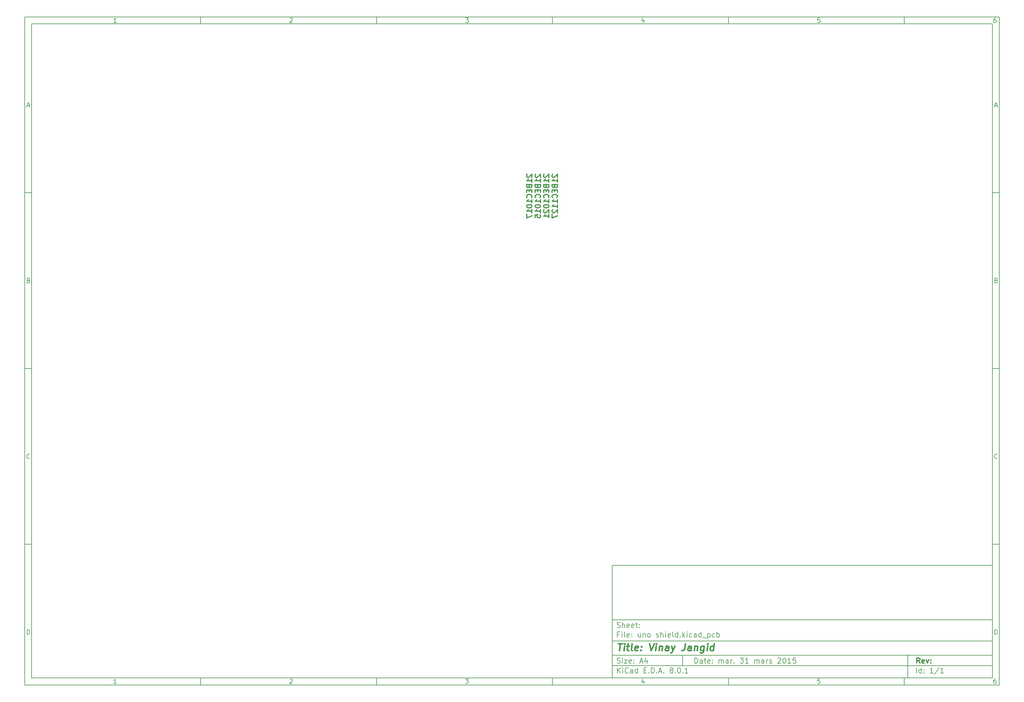
<source format=gbr>
%TF.GenerationSoftware,KiCad,Pcbnew,8.0.1*%
%TF.CreationDate,2024-04-16T15:40:23+05:30*%
%TF.ProjectId,uno shield,756e6f20-7368-4696-956c-642e6b696361,rev?*%
%TF.SameCoordinates,PX5f5e100PY5f5e100*%
%TF.FileFunction,Legend,Bot*%
%TF.FilePolarity,Positive*%
%FSLAX46Y46*%
G04 Gerber Fmt 4.6, Leading zero omitted, Abs format (unit mm)*
G04 Created by KiCad (PCBNEW 8.0.1) date 2024-04-16 15:40:23*
%MOMM*%
%LPD*%
G01*
G04 APERTURE LIST*
%ADD10C,0.100000*%
%ADD11C,0.150000*%
%ADD12C,0.300000*%
%ADD13C,0.400000*%
G04 APERTURE END LIST*
D10*
D11*
X77002200Y-66007200D02*
X185002200Y-66007200D01*
X185002200Y-98007200D01*
X77002200Y-98007200D01*
X77002200Y-66007200D01*
D10*
D11*
X-90000000Y90000000D02*
X187002200Y90000000D01*
X187002200Y-100007200D01*
X-90000000Y-100007200D01*
X-90000000Y90000000D01*
D10*
D11*
X-88000000Y88000000D02*
X185002200Y88000000D01*
X185002200Y-98007200D01*
X-88000000Y-98007200D01*
X-88000000Y88000000D01*
D10*
D11*
X-40000000Y88000000D02*
X-40000000Y90000000D01*
D10*
D11*
X10000000Y88000000D02*
X10000000Y90000000D01*
D10*
D11*
X60000000Y88000000D02*
X60000000Y90000000D01*
D10*
D11*
X110000000Y88000000D02*
X110000000Y90000000D01*
D10*
D11*
X160000000Y88000000D02*
X160000000Y90000000D01*
D10*
D11*
X-63910840Y88406396D02*
X-64653697Y88406396D01*
X-64282269Y88406396D02*
X-64282269Y89706396D01*
X-64282269Y89706396D02*
X-64406078Y89520681D01*
X-64406078Y89520681D02*
X-64529888Y89396872D01*
X-64529888Y89396872D02*
X-64653697Y89334967D01*
D10*
D11*
X-14653697Y89582586D02*
X-14591793Y89644491D01*
X-14591793Y89644491D02*
X-14467983Y89706396D01*
X-14467983Y89706396D02*
X-14158459Y89706396D01*
X-14158459Y89706396D02*
X-14034650Y89644491D01*
X-14034650Y89644491D02*
X-13972745Y89582586D01*
X-13972745Y89582586D02*
X-13910840Y89458777D01*
X-13910840Y89458777D02*
X-13910840Y89334967D01*
X-13910840Y89334967D02*
X-13972745Y89149253D01*
X-13972745Y89149253D02*
X-14715602Y88406396D01*
X-14715602Y88406396D02*
X-13910840Y88406396D01*
D10*
D11*
X35284398Y89706396D02*
X36089160Y89706396D01*
X36089160Y89706396D02*
X35655826Y89211158D01*
X35655826Y89211158D02*
X35841541Y89211158D01*
X35841541Y89211158D02*
X35965350Y89149253D01*
X35965350Y89149253D02*
X36027255Y89087348D01*
X36027255Y89087348D02*
X36089160Y88963539D01*
X36089160Y88963539D02*
X36089160Y88654015D01*
X36089160Y88654015D02*
X36027255Y88530205D01*
X36027255Y88530205D02*
X35965350Y88468300D01*
X35965350Y88468300D02*
X35841541Y88406396D01*
X35841541Y88406396D02*
X35470112Y88406396D01*
X35470112Y88406396D02*
X35346303Y88468300D01*
X35346303Y88468300D02*
X35284398Y88530205D01*
D10*
D11*
X85965350Y89273062D02*
X85965350Y88406396D01*
X85655826Y89768300D02*
X85346303Y88839729D01*
X85346303Y88839729D02*
X86151064Y88839729D01*
D10*
D11*
X136027255Y89706396D02*
X135408207Y89706396D01*
X135408207Y89706396D02*
X135346303Y89087348D01*
X135346303Y89087348D02*
X135408207Y89149253D01*
X135408207Y89149253D02*
X135532017Y89211158D01*
X135532017Y89211158D02*
X135841541Y89211158D01*
X135841541Y89211158D02*
X135965350Y89149253D01*
X135965350Y89149253D02*
X136027255Y89087348D01*
X136027255Y89087348D02*
X136089160Y88963539D01*
X136089160Y88963539D02*
X136089160Y88654015D01*
X136089160Y88654015D02*
X136027255Y88530205D01*
X136027255Y88530205D02*
X135965350Y88468300D01*
X135965350Y88468300D02*
X135841541Y88406396D01*
X135841541Y88406396D02*
X135532017Y88406396D01*
X135532017Y88406396D02*
X135408207Y88468300D01*
X135408207Y88468300D02*
X135346303Y88530205D01*
D10*
D11*
X185965350Y89706396D02*
X185717731Y89706396D01*
X185717731Y89706396D02*
X185593922Y89644491D01*
X185593922Y89644491D02*
X185532017Y89582586D01*
X185532017Y89582586D02*
X185408207Y89396872D01*
X185408207Y89396872D02*
X185346303Y89149253D01*
X185346303Y89149253D02*
X185346303Y88654015D01*
X185346303Y88654015D02*
X185408207Y88530205D01*
X185408207Y88530205D02*
X185470112Y88468300D01*
X185470112Y88468300D02*
X185593922Y88406396D01*
X185593922Y88406396D02*
X185841541Y88406396D01*
X185841541Y88406396D02*
X185965350Y88468300D01*
X185965350Y88468300D02*
X186027255Y88530205D01*
X186027255Y88530205D02*
X186089160Y88654015D01*
X186089160Y88654015D02*
X186089160Y88963539D01*
X186089160Y88963539D02*
X186027255Y89087348D01*
X186027255Y89087348D02*
X185965350Y89149253D01*
X185965350Y89149253D02*
X185841541Y89211158D01*
X185841541Y89211158D02*
X185593922Y89211158D01*
X185593922Y89211158D02*
X185470112Y89149253D01*
X185470112Y89149253D02*
X185408207Y89087348D01*
X185408207Y89087348D02*
X185346303Y88963539D01*
D10*
D11*
X-40000000Y-98007200D02*
X-40000000Y-100007200D01*
D10*
D11*
X10000000Y-98007200D02*
X10000000Y-100007200D01*
D10*
D11*
X60000000Y-98007200D02*
X60000000Y-100007200D01*
D10*
D11*
X110000000Y-98007200D02*
X110000000Y-100007200D01*
D10*
D11*
X160000000Y-98007200D02*
X160000000Y-100007200D01*
D10*
D11*
X-63910840Y-99600804D02*
X-64653697Y-99600804D01*
X-64282269Y-99600804D02*
X-64282269Y-98300804D01*
X-64282269Y-98300804D02*
X-64406078Y-98486519D01*
X-64406078Y-98486519D02*
X-64529888Y-98610328D01*
X-64529888Y-98610328D02*
X-64653697Y-98672233D01*
D10*
D11*
X-14653697Y-98424614D02*
X-14591793Y-98362709D01*
X-14591793Y-98362709D02*
X-14467983Y-98300804D01*
X-14467983Y-98300804D02*
X-14158459Y-98300804D01*
X-14158459Y-98300804D02*
X-14034650Y-98362709D01*
X-14034650Y-98362709D02*
X-13972745Y-98424614D01*
X-13972745Y-98424614D02*
X-13910840Y-98548423D01*
X-13910840Y-98548423D02*
X-13910840Y-98672233D01*
X-13910840Y-98672233D02*
X-13972745Y-98857947D01*
X-13972745Y-98857947D02*
X-14715602Y-99600804D01*
X-14715602Y-99600804D02*
X-13910840Y-99600804D01*
D10*
D11*
X35284398Y-98300804D02*
X36089160Y-98300804D01*
X36089160Y-98300804D02*
X35655826Y-98796042D01*
X35655826Y-98796042D02*
X35841541Y-98796042D01*
X35841541Y-98796042D02*
X35965350Y-98857947D01*
X35965350Y-98857947D02*
X36027255Y-98919852D01*
X36027255Y-98919852D02*
X36089160Y-99043661D01*
X36089160Y-99043661D02*
X36089160Y-99353185D01*
X36089160Y-99353185D02*
X36027255Y-99476995D01*
X36027255Y-99476995D02*
X35965350Y-99538900D01*
X35965350Y-99538900D02*
X35841541Y-99600804D01*
X35841541Y-99600804D02*
X35470112Y-99600804D01*
X35470112Y-99600804D02*
X35346303Y-99538900D01*
X35346303Y-99538900D02*
X35284398Y-99476995D01*
D10*
D11*
X85965350Y-98734138D02*
X85965350Y-99600804D01*
X85655826Y-98238900D02*
X85346303Y-99167471D01*
X85346303Y-99167471D02*
X86151064Y-99167471D01*
D10*
D11*
X136027255Y-98300804D02*
X135408207Y-98300804D01*
X135408207Y-98300804D02*
X135346303Y-98919852D01*
X135346303Y-98919852D02*
X135408207Y-98857947D01*
X135408207Y-98857947D02*
X135532017Y-98796042D01*
X135532017Y-98796042D02*
X135841541Y-98796042D01*
X135841541Y-98796042D02*
X135965350Y-98857947D01*
X135965350Y-98857947D02*
X136027255Y-98919852D01*
X136027255Y-98919852D02*
X136089160Y-99043661D01*
X136089160Y-99043661D02*
X136089160Y-99353185D01*
X136089160Y-99353185D02*
X136027255Y-99476995D01*
X136027255Y-99476995D02*
X135965350Y-99538900D01*
X135965350Y-99538900D02*
X135841541Y-99600804D01*
X135841541Y-99600804D02*
X135532017Y-99600804D01*
X135532017Y-99600804D02*
X135408207Y-99538900D01*
X135408207Y-99538900D02*
X135346303Y-99476995D01*
D10*
D11*
X185965350Y-98300804D02*
X185717731Y-98300804D01*
X185717731Y-98300804D02*
X185593922Y-98362709D01*
X185593922Y-98362709D02*
X185532017Y-98424614D01*
X185532017Y-98424614D02*
X185408207Y-98610328D01*
X185408207Y-98610328D02*
X185346303Y-98857947D01*
X185346303Y-98857947D02*
X185346303Y-99353185D01*
X185346303Y-99353185D02*
X185408207Y-99476995D01*
X185408207Y-99476995D02*
X185470112Y-99538900D01*
X185470112Y-99538900D02*
X185593922Y-99600804D01*
X185593922Y-99600804D02*
X185841541Y-99600804D01*
X185841541Y-99600804D02*
X185965350Y-99538900D01*
X185965350Y-99538900D02*
X186027255Y-99476995D01*
X186027255Y-99476995D02*
X186089160Y-99353185D01*
X186089160Y-99353185D02*
X186089160Y-99043661D01*
X186089160Y-99043661D02*
X186027255Y-98919852D01*
X186027255Y-98919852D02*
X185965350Y-98857947D01*
X185965350Y-98857947D02*
X185841541Y-98796042D01*
X185841541Y-98796042D02*
X185593922Y-98796042D01*
X185593922Y-98796042D02*
X185470112Y-98857947D01*
X185470112Y-98857947D02*
X185408207Y-98919852D01*
X185408207Y-98919852D02*
X185346303Y-99043661D01*
D10*
D11*
X-90000000Y40000000D02*
X-88000000Y40000000D01*
D10*
D11*
X-90000000Y-10000000D02*
X-88000000Y-10000000D01*
D10*
D11*
X-90000000Y-60000000D02*
X-88000000Y-60000000D01*
D10*
D11*
X-89309524Y64777824D02*
X-88690477Y64777824D01*
X-89433334Y64406396D02*
X-89000001Y65706396D01*
X-89000001Y65706396D02*
X-88566667Y64406396D01*
D10*
D11*
X-88907143Y15087348D02*
X-88721429Y15025443D01*
X-88721429Y15025443D02*
X-88659524Y14963539D01*
X-88659524Y14963539D02*
X-88597620Y14839729D01*
X-88597620Y14839729D02*
X-88597620Y14654015D01*
X-88597620Y14654015D02*
X-88659524Y14530205D01*
X-88659524Y14530205D02*
X-88721429Y14468300D01*
X-88721429Y14468300D02*
X-88845239Y14406396D01*
X-88845239Y14406396D02*
X-89340477Y14406396D01*
X-89340477Y14406396D02*
X-89340477Y15706396D01*
X-89340477Y15706396D02*
X-88907143Y15706396D01*
X-88907143Y15706396D02*
X-88783334Y15644491D01*
X-88783334Y15644491D02*
X-88721429Y15582586D01*
X-88721429Y15582586D02*
X-88659524Y15458777D01*
X-88659524Y15458777D02*
X-88659524Y15334967D01*
X-88659524Y15334967D02*
X-88721429Y15211158D01*
X-88721429Y15211158D02*
X-88783334Y15149253D01*
X-88783334Y15149253D02*
X-88907143Y15087348D01*
X-88907143Y15087348D02*
X-89340477Y15087348D01*
D10*
D11*
X-88597620Y-35469795D02*
X-88659524Y-35531700D01*
X-88659524Y-35531700D02*
X-88845239Y-35593604D01*
X-88845239Y-35593604D02*
X-88969048Y-35593604D01*
X-88969048Y-35593604D02*
X-89154762Y-35531700D01*
X-89154762Y-35531700D02*
X-89278572Y-35407890D01*
X-89278572Y-35407890D02*
X-89340477Y-35284080D01*
X-89340477Y-35284080D02*
X-89402381Y-35036461D01*
X-89402381Y-35036461D02*
X-89402381Y-34850747D01*
X-89402381Y-34850747D02*
X-89340477Y-34603128D01*
X-89340477Y-34603128D02*
X-89278572Y-34479319D01*
X-89278572Y-34479319D02*
X-89154762Y-34355509D01*
X-89154762Y-34355509D02*
X-88969048Y-34293604D01*
X-88969048Y-34293604D02*
X-88845239Y-34293604D01*
X-88845239Y-34293604D02*
X-88659524Y-34355509D01*
X-88659524Y-34355509D02*
X-88597620Y-34417414D01*
D10*
D11*
X-89340477Y-85593604D02*
X-89340477Y-84293604D01*
X-89340477Y-84293604D02*
X-89030953Y-84293604D01*
X-89030953Y-84293604D02*
X-88845239Y-84355509D01*
X-88845239Y-84355509D02*
X-88721429Y-84479319D01*
X-88721429Y-84479319D02*
X-88659524Y-84603128D01*
X-88659524Y-84603128D02*
X-88597620Y-84850747D01*
X-88597620Y-84850747D02*
X-88597620Y-85036461D01*
X-88597620Y-85036461D02*
X-88659524Y-85284080D01*
X-88659524Y-85284080D02*
X-88721429Y-85407890D01*
X-88721429Y-85407890D02*
X-88845239Y-85531700D01*
X-88845239Y-85531700D02*
X-89030953Y-85593604D01*
X-89030953Y-85593604D02*
X-89340477Y-85593604D01*
D10*
D11*
X187002200Y40000000D02*
X185002200Y40000000D01*
D10*
D11*
X187002200Y-10000000D02*
X185002200Y-10000000D01*
D10*
D11*
X187002200Y-60000000D02*
X185002200Y-60000000D01*
D10*
D11*
X185692676Y64777824D02*
X186311723Y64777824D01*
X185568866Y64406396D02*
X186002199Y65706396D01*
X186002199Y65706396D02*
X186435533Y64406396D01*
D10*
D11*
X186095057Y15087348D02*
X186280771Y15025443D01*
X186280771Y15025443D02*
X186342676Y14963539D01*
X186342676Y14963539D02*
X186404580Y14839729D01*
X186404580Y14839729D02*
X186404580Y14654015D01*
X186404580Y14654015D02*
X186342676Y14530205D01*
X186342676Y14530205D02*
X186280771Y14468300D01*
X186280771Y14468300D02*
X186156961Y14406396D01*
X186156961Y14406396D02*
X185661723Y14406396D01*
X185661723Y14406396D02*
X185661723Y15706396D01*
X185661723Y15706396D02*
X186095057Y15706396D01*
X186095057Y15706396D02*
X186218866Y15644491D01*
X186218866Y15644491D02*
X186280771Y15582586D01*
X186280771Y15582586D02*
X186342676Y15458777D01*
X186342676Y15458777D02*
X186342676Y15334967D01*
X186342676Y15334967D02*
X186280771Y15211158D01*
X186280771Y15211158D02*
X186218866Y15149253D01*
X186218866Y15149253D02*
X186095057Y15087348D01*
X186095057Y15087348D02*
X185661723Y15087348D01*
D10*
D11*
X186404580Y-35469795D02*
X186342676Y-35531700D01*
X186342676Y-35531700D02*
X186156961Y-35593604D01*
X186156961Y-35593604D02*
X186033152Y-35593604D01*
X186033152Y-35593604D02*
X185847438Y-35531700D01*
X185847438Y-35531700D02*
X185723628Y-35407890D01*
X185723628Y-35407890D02*
X185661723Y-35284080D01*
X185661723Y-35284080D02*
X185599819Y-35036461D01*
X185599819Y-35036461D02*
X185599819Y-34850747D01*
X185599819Y-34850747D02*
X185661723Y-34603128D01*
X185661723Y-34603128D02*
X185723628Y-34479319D01*
X185723628Y-34479319D02*
X185847438Y-34355509D01*
X185847438Y-34355509D02*
X186033152Y-34293604D01*
X186033152Y-34293604D02*
X186156961Y-34293604D01*
X186156961Y-34293604D02*
X186342676Y-34355509D01*
X186342676Y-34355509D02*
X186404580Y-34417414D01*
D10*
D11*
X185661723Y-85593604D02*
X185661723Y-84293604D01*
X185661723Y-84293604D02*
X185971247Y-84293604D01*
X185971247Y-84293604D02*
X186156961Y-84355509D01*
X186156961Y-84355509D02*
X186280771Y-84479319D01*
X186280771Y-84479319D02*
X186342676Y-84603128D01*
X186342676Y-84603128D02*
X186404580Y-84850747D01*
X186404580Y-84850747D02*
X186404580Y-85036461D01*
X186404580Y-85036461D02*
X186342676Y-85284080D01*
X186342676Y-85284080D02*
X186280771Y-85407890D01*
X186280771Y-85407890D02*
X186156961Y-85531700D01*
X186156961Y-85531700D02*
X185971247Y-85593604D01*
X185971247Y-85593604D02*
X185661723Y-85593604D01*
D10*
D11*
X100458026Y-93793328D02*
X100458026Y-92293328D01*
X100458026Y-92293328D02*
X100815169Y-92293328D01*
X100815169Y-92293328D02*
X101029455Y-92364757D01*
X101029455Y-92364757D02*
X101172312Y-92507614D01*
X101172312Y-92507614D02*
X101243741Y-92650471D01*
X101243741Y-92650471D02*
X101315169Y-92936185D01*
X101315169Y-92936185D02*
X101315169Y-93150471D01*
X101315169Y-93150471D02*
X101243741Y-93436185D01*
X101243741Y-93436185D02*
X101172312Y-93579042D01*
X101172312Y-93579042D02*
X101029455Y-93721900D01*
X101029455Y-93721900D02*
X100815169Y-93793328D01*
X100815169Y-93793328D02*
X100458026Y-93793328D01*
X102600884Y-93793328D02*
X102600884Y-93007614D01*
X102600884Y-93007614D02*
X102529455Y-92864757D01*
X102529455Y-92864757D02*
X102386598Y-92793328D01*
X102386598Y-92793328D02*
X102100884Y-92793328D01*
X102100884Y-92793328D02*
X101958026Y-92864757D01*
X102600884Y-93721900D02*
X102458026Y-93793328D01*
X102458026Y-93793328D02*
X102100884Y-93793328D01*
X102100884Y-93793328D02*
X101958026Y-93721900D01*
X101958026Y-93721900D02*
X101886598Y-93579042D01*
X101886598Y-93579042D02*
X101886598Y-93436185D01*
X101886598Y-93436185D02*
X101958026Y-93293328D01*
X101958026Y-93293328D02*
X102100884Y-93221900D01*
X102100884Y-93221900D02*
X102458026Y-93221900D01*
X102458026Y-93221900D02*
X102600884Y-93150471D01*
X103100884Y-92793328D02*
X103672312Y-92793328D01*
X103315169Y-92293328D02*
X103315169Y-93579042D01*
X103315169Y-93579042D02*
X103386598Y-93721900D01*
X103386598Y-93721900D02*
X103529455Y-93793328D01*
X103529455Y-93793328D02*
X103672312Y-93793328D01*
X104743741Y-93721900D02*
X104600884Y-93793328D01*
X104600884Y-93793328D02*
X104315170Y-93793328D01*
X104315170Y-93793328D02*
X104172312Y-93721900D01*
X104172312Y-93721900D02*
X104100884Y-93579042D01*
X104100884Y-93579042D02*
X104100884Y-93007614D01*
X104100884Y-93007614D02*
X104172312Y-92864757D01*
X104172312Y-92864757D02*
X104315170Y-92793328D01*
X104315170Y-92793328D02*
X104600884Y-92793328D01*
X104600884Y-92793328D02*
X104743741Y-92864757D01*
X104743741Y-92864757D02*
X104815170Y-93007614D01*
X104815170Y-93007614D02*
X104815170Y-93150471D01*
X104815170Y-93150471D02*
X104100884Y-93293328D01*
X105458026Y-93650471D02*
X105529455Y-93721900D01*
X105529455Y-93721900D02*
X105458026Y-93793328D01*
X105458026Y-93793328D02*
X105386598Y-93721900D01*
X105386598Y-93721900D02*
X105458026Y-93650471D01*
X105458026Y-93650471D02*
X105458026Y-93793328D01*
X105458026Y-92864757D02*
X105529455Y-92936185D01*
X105529455Y-92936185D02*
X105458026Y-93007614D01*
X105458026Y-93007614D02*
X105386598Y-92936185D01*
X105386598Y-92936185D02*
X105458026Y-92864757D01*
X105458026Y-92864757D02*
X105458026Y-93007614D01*
X107315169Y-93793328D02*
X107315169Y-92793328D01*
X107315169Y-92936185D02*
X107386598Y-92864757D01*
X107386598Y-92864757D02*
X107529455Y-92793328D01*
X107529455Y-92793328D02*
X107743741Y-92793328D01*
X107743741Y-92793328D02*
X107886598Y-92864757D01*
X107886598Y-92864757D02*
X107958027Y-93007614D01*
X107958027Y-93007614D02*
X107958027Y-93793328D01*
X107958027Y-93007614D02*
X108029455Y-92864757D01*
X108029455Y-92864757D02*
X108172312Y-92793328D01*
X108172312Y-92793328D02*
X108386598Y-92793328D01*
X108386598Y-92793328D02*
X108529455Y-92864757D01*
X108529455Y-92864757D02*
X108600884Y-93007614D01*
X108600884Y-93007614D02*
X108600884Y-93793328D01*
X109958027Y-93793328D02*
X109958027Y-93007614D01*
X109958027Y-93007614D02*
X109886598Y-92864757D01*
X109886598Y-92864757D02*
X109743741Y-92793328D01*
X109743741Y-92793328D02*
X109458027Y-92793328D01*
X109458027Y-92793328D02*
X109315169Y-92864757D01*
X109958027Y-93721900D02*
X109815169Y-93793328D01*
X109815169Y-93793328D02*
X109458027Y-93793328D01*
X109458027Y-93793328D02*
X109315169Y-93721900D01*
X109315169Y-93721900D02*
X109243741Y-93579042D01*
X109243741Y-93579042D02*
X109243741Y-93436185D01*
X109243741Y-93436185D02*
X109315169Y-93293328D01*
X109315169Y-93293328D02*
X109458027Y-93221900D01*
X109458027Y-93221900D02*
X109815169Y-93221900D01*
X109815169Y-93221900D02*
X109958027Y-93150471D01*
X110672312Y-93793328D02*
X110672312Y-92793328D01*
X110672312Y-93079042D02*
X110743741Y-92936185D01*
X110743741Y-92936185D02*
X110815170Y-92864757D01*
X110815170Y-92864757D02*
X110958027Y-92793328D01*
X110958027Y-92793328D02*
X111100884Y-92793328D01*
X111600883Y-93650471D02*
X111672312Y-93721900D01*
X111672312Y-93721900D02*
X111600883Y-93793328D01*
X111600883Y-93793328D02*
X111529455Y-93721900D01*
X111529455Y-93721900D02*
X111600883Y-93650471D01*
X111600883Y-93650471D02*
X111600883Y-93793328D01*
X113315169Y-92293328D02*
X114243741Y-92293328D01*
X114243741Y-92293328D02*
X113743741Y-92864757D01*
X113743741Y-92864757D02*
X113958026Y-92864757D01*
X113958026Y-92864757D02*
X114100884Y-92936185D01*
X114100884Y-92936185D02*
X114172312Y-93007614D01*
X114172312Y-93007614D02*
X114243741Y-93150471D01*
X114243741Y-93150471D02*
X114243741Y-93507614D01*
X114243741Y-93507614D02*
X114172312Y-93650471D01*
X114172312Y-93650471D02*
X114100884Y-93721900D01*
X114100884Y-93721900D02*
X113958026Y-93793328D01*
X113958026Y-93793328D02*
X113529455Y-93793328D01*
X113529455Y-93793328D02*
X113386598Y-93721900D01*
X113386598Y-93721900D02*
X113315169Y-93650471D01*
X115672312Y-93793328D02*
X114815169Y-93793328D01*
X115243740Y-93793328D02*
X115243740Y-92293328D01*
X115243740Y-92293328D02*
X115100883Y-92507614D01*
X115100883Y-92507614D02*
X114958026Y-92650471D01*
X114958026Y-92650471D02*
X114815169Y-92721900D01*
X117458025Y-93793328D02*
X117458025Y-92793328D01*
X117458025Y-92936185D02*
X117529454Y-92864757D01*
X117529454Y-92864757D02*
X117672311Y-92793328D01*
X117672311Y-92793328D02*
X117886597Y-92793328D01*
X117886597Y-92793328D02*
X118029454Y-92864757D01*
X118029454Y-92864757D02*
X118100883Y-93007614D01*
X118100883Y-93007614D02*
X118100883Y-93793328D01*
X118100883Y-93007614D02*
X118172311Y-92864757D01*
X118172311Y-92864757D02*
X118315168Y-92793328D01*
X118315168Y-92793328D02*
X118529454Y-92793328D01*
X118529454Y-92793328D02*
X118672311Y-92864757D01*
X118672311Y-92864757D02*
X118743740Y-93007614D01*
X118743740Y-93007614D02*
X118743740Y-93793328D01*
X120100883Y-93793328D02*
X120100883Y-93007614D01*
X120100883Y-93007614D02*
X120029454Y-92864757D01*
X120029454Y-92864757D02*
X119886597Y-92793328D01*
X119886597Y-92793328D02*
X119600883Y-92793328D01*
X119600883Y-92793328D02*
X119458025Y-92864757D01*
X120100883Y-93721900D02*
X119958025Y-93793328D01*
X119958025Y-93793328D02*
X119600883Y-93793328D01*
X119600883Y-93793328D02*
X119458025Y-93721900D01*
X119458025Y-93721900D02*
X119386597Y-93579042D01*
X119386597Y-93579042D02*
X119386597Y-93436185D01*
X119386597Y-93436185D02*
X119458025Y-93293328D01*
X119458025Y-93293328D02*
X119600883Y-93221900D01*
X119600883Y-93221900D02*
X119958025Y-93221900D01*
X119958025Y-93221900D02*
X120100883Y-93150471D01*
X120815168Y-93793328D02*
X120815168Y-92793328D01*
X120815168Y-93079042D02*
X120886597Y-92936185D01*
X120886597Y-92936185D02*
X120958026Y-92864757D01*
X120958026Y-92864757D02*
X121100883Y-92793328D01*
X121100883Y-92793328D02*
X121243740Y-92793328D01*
X121672311Y-93721900D02*
X121815168Y-93793328D01*
X121815168Y-93793328D02*
X122100882Y-93793328D01*
X122100882Y-93793328D02*
X122243739Y-93721900D01*
X122243739Y-93721900D02*
X122315168Y-93579042D01*
X122315168Y-93579042D02*
X122315168Y-93507614D01*
X122315168Y-93507614D02*
X122243739Y-93364757D01*
X122243739Y-93364757D02*
X122100882Y-93293328D01*
X122100882Y-93293328D02*
X121886597Y-93293328D01*
X121886597Y-93293328D02*
X121743739Y-93221900D01*
X121743739Y-93221900D02*
X121672311Y-93079042D01*
X121672311Y-93079042D02*
X121672311Y-93007614D01*
X121672311Y-93007614D02*
X121743739Y-92864757D01*
X121743739Y-92864757D02*
X121886597Y-92793328D01*
X121886597Y-92793328D02*
X122100882Y-92793328D01*
X122100882Y-92793328D02*
X122243739Y-92864757D01*
X124029454Y-92436185D02*
X124100882Y-92364757D01*
X124100882Y-92364757D02*
X124243740Y-92293328D01*
X124243740Y-92293328D02*
X124600882Y-92293328D01*
X124600882Y-92293328D02*
X124743740Y-92364757D01*
X124743740Y-92364757D02*
X124815168Y-92436185D01*
X124815168Y-92436185D02*
X124886597Y-92579042D01*
X124886597Y-92579042D02*
X124886597Y-92721900D01*
X124886597Y-92721900D02*
X124815168Y-92936185D01*
X124815168Y-92936185D02*
X123958025Y-93793328D01*
X123958025Y-93793328D02*
X124886597Y-93793328D01*
X125815168Y-92293328D02*
X125958025Y-92293328D01*
X125958025Y-92293328D02*
X126100882Y-92364757D01*
X126100882Y-92364757D02*
X126172311Y-92436185D01*
X126172311Y-92436185D02*
X126243739Y-92579042D01*
X126243739Y-92579042D02*
X126315168Y-92864757D01*
X126315168Y-92864757D02*
X126315168Y-93221900D01*
X126315168Y-93221900D02*
X126243739Y-93507614D01*
X126243739Y-93507614D02*
X126172311Y-93650471D01*
X126172311Y-93650471D02*
X126100882Y-93721900D01*
X126100882Y-93721900D02*
X125958025Y-93793328D01*
X125958025Y-93793328D02*
X125815168Y-93793328D01*
X125815168Y-93793328D02*
X125672311Y-93721900D01*
X125672311Y-93721900D02*
X125600882Y-93650471D01*
X125600882Y-93650471D02*
X125529453Y-93507614D01*
X125529453Y-93507614D02*
X125458025Y-93221900D01*
X125458025Y-93221900D02*
X125458025Y-92864757D01*
X125458025Y-92864757D02*
X125529453Y-92579042D01*
X125529453Y-92579042D02*
X125600882Y-92436185D01*
X125600882Y-92436185D02*
X125672311Y-92364757D01*
X125672311Y-92364757D02*
X125815168Y-92293328D01*
X127743739Y-93793328D02*
X126886596Y-93793328D01*
X127315167Y-93793328D02*
X127315167Y-92293328D01*
X127315167Y-92293328D02*
X127172310Y-92507614D01*
X127172310Y-92507614D02*
X127029453Y-92650471D01*
X127029453Y-92650471D02*
X126886596Y-92721900D01*
X129100881Y-92293328D02*
X128386595Y-92293328D01*
X128386595Y-92293328D02*
X128315167Y-93007614D01*
X128315167Y-93007614D02*
X128386595Y-92936185D01*
X128386595Y-92936185D02*
X128529453Y-92864757D01*
X128529453Y-92864757D02*
X128886595Y-92864757D01*
X128886595Y-92864757D02*
X129029453Y-92936185D01*
X129029453Y-92936185D02*
X129100881Y-93007614D01*
X129100881Y-93007614D02*
X129172310Y-93150471D01*
X129172310Y-93150471D02*
X129172310Y-93507614D01*
X129172310Y-93507614D02*
X129100881Y-93650471D01*
X129100881Y-93650471D02*
X129029453Y-93721900D01*
X129029453Y-93721900D02*
X128886595Y-93793328D01*
X128886595Y-93793328D02*
X128529453Y-93793328D01*
X128529453Y-93793328D02*
X128386595Y-93721900D01*
X128386595Y-93721900D02*
X128315167Y-93650471D01*
D10*
D11*
X77002200Y-94507200D02*
X185002200Y-94507200D01*
D10*
D11*
X78458026Y-96593328D02*
X78458026Y-95093328D01*
X79315169Y-96593328D02*
X78672312Y-95736185D01*
X79315169Y-95093328D02*
X78458026Y-95950471D01*
X79958026Y-96593328D02*
X79958026Y-95593328D01*
X79958026Y-95093328D02*
X79886598Y-95164757D01*
X79886598Y-95164757D02*
X79958026Y-95236185D01*
X79958026Y-95236185D02*
X80029455Y-95164757D01*
X80029455Y-95164757D02*
X79958026Y-95093328D01*
X79958026Y-95093328D02*
X79958026Y-95236185D01*
X81529455Y-96450471D02*
X81458027Y-96521900D01*
X81458027Y-96521900D02*
X81243741Y-96593328D01*
X81243741Y-96593328D02*
X81100884Y-96593328D01*
X81100884Y-96593328D02*
X80886598Y-96521900D01*
X80886598Y-96521900D02*
X80743741Y-96379042D01*
X80743741Y-96379042D02*
X80672312Y-96236185D01*
X80672312Y-96236185D02*
X80600884Y-95950471D01*
X80600884Y-95950471D02*
X80600884Y-95736185D01*
X80600884Y-95736185D02*
X80672312Y-95450471D01*
X80672312Y-95450471D02*
X80743741Y-95307614D01*
X80743741Y-95307614D02*
X80886598Y-95164757D01*
X80886598Y-95164757D02*
X81100884Y-95093328D01*
X81100884Y-95093328D02*
X81243741Y-95093328D01*
X81243741Y-95093328D02*
X81458027Y-95164757D01*
X81458027Y-95164757D02*
X81529455Y-95236185D01*
X82815170Y-96593328D02*
X82815170Y-95807614D01*
X82815170Y-95807614D02*
X82743741Y-95664757D01*
X82743741Y-95664757D02*
X82600884Y-95593328D01*
X82600884Y-95593328D02*
X82315170Y-95593328D01*
X82315170Y-95593328D02*
X82172312Y-95664757D01*
X82815170Y-96521900D02*
X82672312Y-96593328D01*
X82672312Y-96593328D02*
X82315170Y-96593328D01*
X82315170Y-96593328D02*
X82172312Y-96521900D01*
X82172312Y-96521900D02*
X82100884Y-96379042D01*
X82100884Y-96379042D02*
X82100884Y-96236185D01*
X82100884Y-96236185D02*
X82172312Y-96093328D01*
X82172312Y-96093328D02*
X82315170Y-96021900D01*
X82315170Y-96021900D02*
X82672312Y-96021900D01*
X82672312Y-96021900D02*
X82815170Y-95950471D01*
X84172313Y-96593328D02*
X84172313Y-95093328D01*
X84172313Y-96521900D02*
X84029455Y-96593328D01*
X84029455Y-96593328D02*
X83743741Y-96593328D01*
X83743741Y-96593328D02*
X83600884Y-96521900D01*
X83600884Y-96521900D02*
X83529455Y-96450471D01*
X83529455Y-96450471D02*
X83458027Y-96307614D01*
X83458027Y-96307614D02*
X83458027Y-95879042D01*
X83458027Y-95879042D02*
X83529455Y-95736185D01*
X83529455Y-95736185D02*
X83600884Y-95664757D01*
X83600884Y-95664757D02*
X83743741Y-95593328D01*
X83743741Y-95593328D02*
X84029455Y-95593328D01*
X84029455Y-95593328D02*
X84172313Y-95664757D01*
X86029455Y-95807614D02*
X86529455Y-95807614D01*
X86743741Y-96593328D02*
X86029455Y-96593328D01*
X86029455Y-96593328D02*
X86029455Y-95093328D01*
X86029455Y-95093328D02*
X86743741Y-95093328D01*
X87386598Y-96450471D02*
X87458027Y-96521900D01*
X87458027Y-96521900D02*
X87386598Y-96593328D01*
X87386598Y-96593328D02*
X87315170Y-96521900D01*
X87315170Y-96521900D02*
X87386598Y-96450471D01*
X87386598Y-96450471D02*
X87386598Y-96593328D01*
X88100884Y-96593328D02*
X88100884Y-95093328D01*
X88100884Y-95093328D02*
X88458027Y-95093328D01*
X88458027Y-95093328D02*
X88672313Y-95164757D01*
X88672313Y-95164757D02*
X88815170Y-95307614D01*
X88815170Y-95307614D02*
X88886599Y-95450471D01*
X88886599Y-95450471D02*
X88958027Y-95736185D01*
X88958027Y-95736185D02*
X88958027Y-95950471D01*
X88958027Y-95950471D02*
X88886599Y-96236185D01*
X88886599Y-96236185D02*
X88815170Y-96379042D01*
X88815170Y-96379042D02*
X88672313Y-96521900D01*
X88672313Y-96521900D02*
X88458027Y-96593328D01*
X88458027Y-96593328D02*
X88100884Y-96593328D01*
X89600884Y-96450471D02*
X89672313Y-96521900D01*
X89672313Y-96521900D02*
X89600884Y-96593328D01*
X89600884Y-96593328D02*
X89529456Y-96521900D01*
X89529456Y-96521900D02*
X89600884Y-96450471D01*
X89600884Y-96450471D02*
X89600884Y-96593328D01*
X90243742Y-96164757D02*
X90958028Y-96164757D01*
X90100885Y-96593328D02*
X90600885Y-95093328D01*
X90600885Y-95093328D02*
X91100885Y-96593328D01*
X91600884Y-96450471D02*
X91672313Y-96521900D01*
X91672313Y-96521900D02*
X91600884Y-96593328D01*
X91600884Y-96593328D02*
X91529456Y-96521900D01*
X91529456Y-96521900D02*
X91600884Y-96450471D01*
X91600884Y-96450471D02*
X91600884Y-96593328D01*
X93672313Y-95736185D02*
X93529456Y-95664757D01*
X93529456Y-95664757D02*
X93458027Y-95593328D01*
X93458027Y-95593328D02*
X93386599Y-95450471D01*
X93386599Y-95450471D02*
X93386599Y-95379042D01*
X93386599Y-95379042D02*
X93458027Y-95236185D01*
X93458027Y-95236185D02*
X93529456Y-95164757D01*
X93529456Y-95164757D02*
X93672313Y-95093328D01*
X93672313Y-95093328D02*
X93958027Y-95093328D01*
X93958027Y-95093328D02*
X94100885Y-95164757D01*
X94100885Y-95164757D02*
X94172313Y-95236185D01*
X94172313Y-95236185D02*
X94243742Y-95379042D01*
X94243742Y-95379042D02*
X94243742Y-95450471D01*
X94243742Y-95450471D02*
X94172313Y-95593328D01*
X94172313Y-95593328D02*
X94100885Y-95664757D01*
X94100885Y-95664757D02*
X93958027Y-95736185D01*
X93958027Y-95736185D02*
X93672313Y-95736185D01*
X93672313Y-95736185D02*
X93529456Y-95807614D01*
X93529456Y-95807614D02*
X93458027Y-95879042D01*
X93458027Y-95879042D02*
X93386599Y-96021900D01*
X93386599Y-96021900D02*
X93386599Y-96307614D01*
X93386599Y-96307614D02*
X93458027Y-96450471D01*
X93458027Y-96450471D02*
X93529456Y-96521900D01*
X93529456Y-96521900D02*
X93672313Y-96593328D01*
X93672313Y-96593328D02*
X93958027Y-96593328D01*
X93958027Y-96593328D02*
X94100885Y-96521900D01*
X94100885Y-96521900D02*
X94172313Y-96450471D01*
X94172313Y-96450471D02*
X94243742Y-96307614D01*
X94243742Y-96307614D02*
X94243742Y-96021900D01*
X94243742Y-96021900D02*
X94172313Y-95879042D01*
X94172313Y-95879042D02*
X94100885Y-95807614D01*
X94100885Y-95807614D02*
X93958027Y-95736185D01*
X94886598Y-96450471D02*
X94958027Y-96521900D01*
X94958027Y-96521900D02*
X94886598Y-96593328D01*
X94886598Y-96593328D02*
X94815170Y-96521900D01*
X94815170Y-96521900D02*
X94886598Y-96450471D01*
X94886598Y-96450471D02*
X94886598Y-96593328D01*
X95886599Y-95093328D02*
X96029456Y-95093328D01*
X96029456Y-95093328D02*
X96172313Y-95164757D01*
X96172313Y-95164757D02*
X96243742Y-95236185D01*
X96243742Y-95236185D02*
X96315170Y-95379042D01*
X96315170Y-95379042D02*
X96386599Y-95664757D01*
X96386599Y-95664757D02*
X96386599Y-96021900D01*
X96386599Y-96021900D02*
X96315170Y-96307614D01*
X96315170Y-96307614D02*
X96243742Y-96450471D01*
X96243742Y-96450471D02*
X96172313Y-96521900D01*
X96172313Y-96521900D02*
X96029456Y-96593328D01*
X96029456Y-96593328D02*
X95886599Y-96593328D01*
X95886599Y-96593328D02*
X95743742Y-96521900D01*
X95743742Y-96521900D02*
X95672313Y-96450471D01*
X95672313Y-96450471D02*
X95600884Y-96307614D01*
X95600884Y-96307614D02*
X95529456Y-96021900D01*
X95529456Y-96021900D02*
X95529456Y-95664757D01*
X95529456Y-95664757D02*
X95600884Y-95379042D01*
X95600884Y-95379042D02*
X95672313Y-95236185D01*
X95672313Y-95236185D02*
X95743742Y-95164757D01*
X95743742Y-95164757D02*
X95886599Y-95093328D01*
X97029455Y-96450471D02*
X97100884Y-96521900D01*
X97100884Y-96521900D02*
X97029455Y-96593328D01*
X97029455Y-96593328D02*
X96958027Y-96521900D01*
X96958027Y-96521900D02*
X97029455Y-96450471D01*
X97029455Y-96450471D02*
X97029455Y-96593328D01*
X98529456Y-96593328D02*
X97672313Y-96593328D01*
X98100884Y-96593328D02*
X98100884Y-95093328D01*
X98100884Y-95093328D02*
X97958027Y-95307614D01*
X97958027Y-95307614D02*
X97815170Y-95450471D01*
X97815170Y-95450471D02*
X97672313Y-95521900D01*
D10*
D11*
X77002200Y-91507200D02*
X185002200Y-91507200D01*
D10*
D12*
X164413853Y-93785528D02*
X163913853Y-93071242D01*
X163556710Y-93785528D02*
X163556710Y-92285528D01*
X163556710Y-92285528D02*
X164128139Y-92285528D01*
X164128139Y-92285528D02*
X164270996Y-92356957D01*
X164270996Y-92356957D02*
X164342425Y-92428385D01*
X164342425Y-92428385D02*
X164413853Y-92571242D01*
X164413853Y-92571242D02*
X164413853Y-92785528D01*
X164413853Y-92785528D02*
X164342425Y-92928385D01*
X164342425Y-92928385D02*
X164270996Y-92999814D01*
X164270996Y-92999814D02*
X164128139Y-93071242D01*
X164128139Y-93071242D02*
X163556710Y-93071242D01*
X165628139Y-93714100D02*
X165485282Y-93785528D01*
X165485282Y-93785528D02*
X165199568Y-93785528D01*
X165199568Y-93785528D02*
X165056710Y-93714100D01*
X165056710Y-93714100D02*
X164985282Y-93571242D01*
X164985282Y-93571242D02*
X164985282Y-92999814D01*
X164985282Y-92999814D02*
X165056710Y-92856957D01*
X165056710Y-92856957D02*
X165199568Y-92785528D01*
X165199568Y-92785528D02*
X165485282Y-92785528D01*
X165485282Y-92785528D02*
X165628139Y-92856957D01*
X165628139Y-92856957D02*
X165699568Y-92999814D01*
X165699568Y-92999814D02*
X165699568Y-93142671D01*
X165699568Y-93142671D02*
X164985282Y-93285528D01*
X166199567Y-92785528D02*
X166556710Y-93785528D01*
X166556710Y-93785528D02*
X166913853Y-92785528D01*
X167485281Y-93642671D02*
X167556710Y-93714100D01*
X167556710Y-93714100D02*
X167485281Y-93785528D01*
X167485281Y-93785528D02*
X167413853Y-93714100D01*
X167413853Y-93714100D02*
X167485281Y-93642671D01*
X167485281Y-93642671D02*
X167485281Y-93785528D01*
X167485281Y-92856957D02*
X167556710Y-92928385D01*
X167556710Y-92928385D02*
X167485281Y-92999814D01*
X167485281Y-92999814D02*
X167413853Y-92928385D01*
X167413853Y-92928385D02*
X167485281Y-92856957D01*
X167485281Y-92856957D02*
X167485281Y-92999814D01*
D10*
D11*
X78386598Y-93721900D02*
X78600884Y-93793328D01*
X78600884Y-93793328D02*
X78958026Y-93793328D01*
X78958026Y-93793328D02*
X79100884Y-93721900D01*
X79100884Y-93721900D02*
X79172312Y-93650471D01*
X79172312Y-93650471D02*
X79243741Y-93507614D01*
X79243741Y-93507614D02*
X79243741Y-93364757D01*
X79243741Y-93364757D02*
X79172312Y-93221900D01*
X79172312Y-93221900D02*
X79100884Y-93150471D01*
X79100884Y-93150471D02*
X78958026Y-93079042D01*
X78958026Y-93079042D02*
X78672312Y-93007614D01*
X78672312Y-93007614D02*
X78529455Y-92936185D01*
X78529455Y-92936185D02*
X78458026Y-92864757D01*
X78458026Y-92864757D02*
X78386598Y-92721900D01*
X78386598Y-92721900D02*
X78386598Y-92579042D01*
X78386598Y-92579042D02*
X78458026Y-92436185D01*
X78458026Y-92436185D02*
X78529455Y-92364757D01*
X78529455Y-92364757D02*
X78672312Y-92293328D01*
X78672312Y-92293328D02*
X79029455Y-92293328D01*
X79029455Y-92293328D02*
X79243741Y-92364757D01*
X79886597Y-93793328D02*
X79886597Y-92793328D01*
X79886597Y-92293328D02*
X79815169Y-92364757D01*
X79815169Y-92364757D02*
X79886597Y-92436185D01*
X79886597Y-92436185D02*
X79958026Y-92364757D01*
X79958026Y-92364757D02*
X79886597Y-92293328D01*
X79886597Y-92293328D02*
X79886597Y-92436185D01*
X80458026Y-92793328D02*
X81243741Y-92793328D01*
X81243741Y-92793328D02*
X80458026Y-93793328D01*
X80458026Y-93793328D02*
X81243741Y-93793328D01*
X82386598Y-93721900D02*
X82243741Y-93793328D01*
X82243741Y-93793328D02*
X81958027Y-93793328D01*
X81958027Y-93793328D02*
X81815169Y-93721900D01*
X81815169Y-93721900D02*
X81743741Y-93579042D01*
X81743741Y-93579042D02*
X81743741Y-93007614D01*
X81743741Y-93007614D02*
X81815169Y-92864757D01*
X81815169Y-92864757D02*
X81958027Y-92793328D01*
X81958027Y-92793328D02*
X82243741Y-92793328D01*
X82243741Y-92793328D02*
X82386598Y-92864757D01*
X82386598Y-92864757D02*
X82458027Y-93007614D01*
X82458027Y-93007614D02*
X82458027Y-93150471D01*
X82458027Y-93150471D02*
X81743741Y-93293328D01*
X83100883Y-93650471D02*
X83172312Y-93721900D01*
X83172312Y-93721900D02*
X83100883Y-93793328D01*
X83100883Y-93793328D02*
X83029455Y-93721900D01*
X83029455Y-93721900D02*
X83100883Y-93650471D01*
X83100883Y-93650471D02*
X83100883Y-93793328D01*
X83100883Y-92864757D02*
X83172312Y-92936185D01*
X83172312Y-92936185D02*
X83100883Y-93007614D01*
X83100883Y-93007614D02*
X83029455Y-92936185D01*
X83029455Y-92936185D02*
X83100883Y-92864757D01*
X83100883Y-92864757D02*
X83100883Y-93007614D01*
X84886598Y-93364757D02*
X85600884Y-93364757D01*
X84743741Y-93793328D02*
X85243741Y-92293328D01*
X85243741Y-92293328D02*
X85743741Y-93793328D01*
X86886598Y-92793328D02*
X86886598Y-93793328D01*
X86529455Y-92221900D02*
X86172312Y-93293328D01*
X86172312Y-93293328D02*
X87100883Y-93293328D01*
D10*
D11*
X163458026Y-96593328D02*
X163458026Y-95093328D01*
X164815170Y-96593328D02*
X164815170Y-95093328D01*
X164815170Y-96521900D02*
X164672312Y-96593328D01*
X164672312Y-96593328D02*
X164386598Y-96593328D01*
X164386598Y-96593328D02*
X164243741Y-96521900D01*
X164243741Y-96521900D02*
X164172312Y-96450471D01*
X164172312Y-96450471D02*
X164100884Y-96307614D01*
X164100884Y-96307614D02*
X164100884Y-95879042D01*
X164100884Y-95879042D02*
X164172312Y-95736185D01*
X164172312Y-95736185D02*
X164243741Y-95664757D01*
X164243741Y-95664757D02*
X164386598Y-95593328D01*
X164386598Y-95593328D02*
X164672312Y-95593328D01*
X164672312Y-95593328D02*
X164815170Y-95664757D01*
X165529455Y-96450471D02*
X165600884Y-96521900D01*
X165600884Y-96521900D02*
X165529455Y-96593328D01*
X165529455Y-96593328D02*
X165458027Y-96521900D01*
X165458027Y-96521900D02*
X165529455Y-96450471D01*
X165529455Y-96450471D02*
X165529455Y-96593328D01*
X165529455Y-95664757D02*
X165600884Y-95736185D01*
X165600884Y-95736185D02*
X165529455Y-95807614D01*
X165529455Y-95807614D02*
X165458027Y-95736185D01*
X165458027Y-95736185D02*
X165529455Y-95664757D01*
X165529455Y-95664757D02*
X165529455Y-95807614D01*
X168172313Y-96593328D02*
X167315170Y-96593328D01*
X167743741Y-96593328D02*
X167743741Y-95093328D01*
X167743741Y-95093328D02*
X167600884Y-95307614D01*
X167600884Y-95307614D02*
X167458027Y-95450471D01*
X167458027Y-95450471D02*
X167315170Y-95521900D01*
X169886598Y-95021900D02*
X168600884Y-96950471D01*
X171172313Y-96593328D02*
X170315170Y-96593328D01*
X170743741Y-96593328D02*
X170743741Y-95093328D01*
X170743741Y-95093328D02*
X170600884Y-95307614D01*
X170600884Y-95307614D02*
X170458027Y-95450471D01*
X170458027Y-95450471D02*
X170315170Y-95521900D01*
D10*
D11*
X77002200Y-87507200D02*
X185002200Y-87507200D01*
D10*
D13*
X78693928Y-88211638D02*
X79836785Y-88211638D01*
X79015357Y-90211638D02*
X79265357Y-88211638D01*
X80253452Y-90211638D02*
X80420119Y-88878304D01*
X80503452Y-88211638D02*
X80396309Y-88306876D01*
X80396309Y-88306876D02*
X80479643Y-88402114D01*
X80479643Y-88402114D02*
X80586786Y-88306876D01*
X80586786Y-88306876D02*
X80503452Y-88211638D01*
X80503452Y-88211638D02*
X80479643Y-88402114D01*
X81086786Y-88878304D02*
X81848690Y-88878304D01*
X81455833Y-88211638D02*
X81241548Y-89925923D01*
X81241548Y-89925923D02*
X81312976Y-90116400D01*
X81312976Y-90116400D02*
X81491548Y-90211638D01*
X81491548Y-90211638D02*
X81682024Y-90211638D01*
X82634405Y-90211638D02*
X82455833Y-90116400D01*
X82455833Y-90116400D02*
X82384405Y-89925923D01*
X82384405Y-89925923D02*
X82598690Y-88211638D01*
X84170119Y-90116400D02*
X83967738Y-90211638D01*
X83967738Y-90211638D02*
X83586785Y-90211638D01*
X83586785Y-90211638D02*
X83408214Y-90116400D01*
X83408214Y-90116400D02*
X83336785Y-89925923D01*
X83336785Y-89925923D02*
X83432024Y-89164019D01*
X83432024Y-89164019D02*
X83551071Y-88973542D01*
X83551071Y-88973542D02*
X83753452Y-88878304D01*
X83753452Y-88878304D02*
X84134404Y-88878304D01*
X84134404Y-88878304D02*
X84312976Y-88973542D01*
X84312976Y-88973542D02*
X84384404Y-89164019D01*
X84384404Y-89164019D02*
X84360595Y-89354495D01*
X84360595Y-89354495D02*
X83384404Y-89544971D01*
X85134405Y-90021161D02*
X85217738Y-90116400D01*
X85217738Y-90116400D02*
X85110595Y-90211638D01*
X85110595Y-90211638D02*
X85027262Y-90116400D01*
X85027262Y-90116400D02*
X85134405Y-90021161D01*
X85134405Y-90021161D02*
X85110595Y-90211638D01*
X85265357Y-88973542D02*
X85348690Y-89068780D01*
X85348690Y-89068780D02*
X85241548Y-89164019D01*
X85241548Y-89164019D02*
X85158214Y-89068780D01*
X85158214Y-89068780D02*
X85265357Y-88973542D01*
X85265357Y-88973542D02*
X85241548Y-89164019D01*
X87551072Y-88211638D02*
X87967739Y-90211638D01*
X87967739Y-90211638D02*
X88884405Y-88211638D01*
X89301072Y-90211638D02*
X89467739Y-88878304D01*
X89551072Y-88211638D02*
X89443929Y-88306876D01*
X89443929Y-88306876D02*
X89527263Y-88402114D01*
X89527263Y-88402114D02*
X89634406Y-88306876D01*
X89634406Y-88306876D02*
X89551072Y-88211638D01*
X89551072Y-88211638D02*
X89527263Y-88402114D01*
X90420120Y-88878304D02*
X90253453Y-90211638D01*
X90396310Y-89068780D02*
X90503453Y-88973542D01*
X90503453Y-88973542D02*
X90705834Y-88878304D01*
X90705834Y-88878304D02*
X90991548Y-88878304D01*
X90991548Y-88878304D02*
X91170120Y-88973542D01*
X91170120Y-88973542D02*
X91241548Y-89164019D01*
X91241548Y-89164019D02*
X91110596Y-90211638D01*
X92920120Y-90211638D02*
X93051072Y-89164019D01*
X93051072Y-89164019D02*
X92979644Y-88973542D01*
X92979644Y-88973542D02*
X92801072Y-88878304D01*
X92801072Y-88878304D02*
X92420120Y-88878304D01*
X92420120Y-88878304D02*
X92217739Y-88973542D01*
X92932025Y-90116400D02*
X92729644Y-90211638D01*
X92729644Y-90211638D02*
X92253453Y-90211638D01*
X92253453Y-90211638D02*
X92074882Y-90116400D01*
X92074882Y-90116400D02*
X92003453Y-89925923D01*
X92003453Y-89925923D02*
X92027263Y-89735447D01*
X92027263Y-89735447D02*
X92146311Y-89544971D01*
X92146311Y-89544971D02*
X92348692Y-89449733D01*
X92348692Y-89449733D02*
X92824882Y-89449733D01*
X92824882Y-89449733D02*
X93027263Y-89354495D01*
X93848692Y-88878304D02*
X94158216Y-90211638D01*
X94801073Y-88878304D02*
X94158216Y-90211638D01*
X94158216Y-90211638D02*
X93908216Y-90687828D01*
X93908216Y-90687828D02*
X93801073Y-90783066D01*
X93801073Y-90783066D02*
X93598692Y-90878304D01*
X97741550Y-88211638D02*
X97562978Y-89640209D01*
X97562978Y-89640209D02*
X97432026Y-89925923D01*
X97432026Y-89925923D02*
X97217740Y-90116400D01*
X97217740Y-90116400D02*
X96920121Y-90211638D01*
X96920121Y-90211638D02*
X96729645Y-90211638D01*
X99301074Y-90211638D02*
X99432026Y-89164019D01*
X99432026Y-89164019D02*
X99360598Y-88973542D01*
X99360598Y-88973542D02*
X99182026Y-88878304D01*
X99182026Y-88878304D02*
X98801074Y-88878304D01*
X98801074Y-88878304D02*
X98598693Y-88973542D01*
X99312979Y-90116400D02*
X99110598Y-90211638D01*
X99110598Y-90211638D02*
X98634407Y-90211638D01*
X98634407Y-90211638D02*
X98455836Y-90116400D01*
X98455836Y-90116400D02*
X98384407Y-89925923D01*
X98384407Y-89925923D02*
X98408217Y-89735447D01*
X98408217Y-89735447D02*
X98527265Y-89544971D01*
X98527265Y-89544971D02*
X98729646Y-89449733D01*
X98729646Y-89449733D02*
X99205836Y-89449733D01*
X99205836Y-89449733D02*
X99408217Y-89354495D01*
X100420122Y-88878304D02*
X100253455Y-90211638D01*
X100396312Y-89068780D02*
X100503455Y-88973542D01*
X100503455Y-88973542D02*
X100705836Y-88878304D01*
X100705836Y-88878304D02*
X100991550Y-88878304D01*
X100991550Y-88878304D02*
X101170122Y-88973542D01*
X101170122Y-88973542D02*
X101241550Y-89164019D01*
X101241550Y-89164019D02*
X101110598Y-90211638D01*
X103086789Y-88878304D02*
X102884408Y-90497352D01*
X102884408Y-90497352D02*
X102765360Y-90687828D01*
X102765360Y-90687828D02*
X102658217Y-90783066D01*
X102658217Y-90783066D02*
X102455836Y-90878304D01*
X102455836Y-90878304D02*
X102170122Y-90878304D01*
X102170122Y-90878304D02*
X101991551Y-90783066D01*
X102932027Y-90116400D02*
X102729646Y-90211638D01*
X102729646Y-90211638D02*
X102348694Y-90211638D01*
X102348694Y-90211638D02*
X102170122Y-90116400D01*
X102170122Y-90116400D02*
X102086789Y-90021161D01*
X102086789Y-90021161D02*
X102015360Y-89830685D01*
X102015360Y-89830685D02*
X102086789Y-89259257D01*
X102086789Y-89259257D02*
X102205836Y-89068780D01*
X102205836Y-89068780D02*
X102312979Y-88973542D01*
X102312979Y-88973542D02*
X102515360Y-88878304D01*
X102515360Y-88878304D02*
X102896313Y-88878304D01*
X102896313Y-88878304D02*
X103074884Y-88973542D01*
X103872503Y-90211638D02*
X104039170Y-88878304D01*
X104122503Y-88211638D02*
X104015360Y-88306876D01*
X104015360Y-88306876D02*
X104098694Y-88402114D01*
X104098694Y-88402114D02*
X104205837Y-88306876D01*
X104205837Y-88306876D02*
X104122503Y-88211638D01*
X104122503Y-88211638D02*
X104098694Y-88402114D01*
X105682027Y-90211638D02*
X105932027Y-88211638D01*
X105693932Y-90116400D02*
X105491551Y-90211638D01*
X105491551Y-90211638D02*
X105110599Y-90211638D01*
X105110599Y-90211638D02*
X104932027Y-90116400D01*
X104932027Y-90116400D02*
X104848694Y-90021161D01*
X104848694Y-90021161D02*
X104777265Y-89830685D01*
X104777265Y-89830685D02*
X104848694Y-89259257D01*
X104848694Y-89259257D02*
X104967741Y-89068780D01*
X104967741Y-89068780D02*
X105074884Y-88973542D01*
X105074884Y-88973542D02*
X105277265Y-88878304D01*
X105277265Y-88878304D02*
X105658218Y-88878304D01*
X105658218Y-88878304D02*
X105836789Y-88973542D01*
D10*
D11*
X78958026Y-85607614D02*
X78458026Y-85607614D01*
X78458026Y-86393328D02*
X78458026Y-84893328D01*
X78458026Y-84893328D02*
X79172312Y-84893328D01*
X79743740Y-86393328D02*
X79743740Y-85393328D01*
X79743740Y-84893328D02*
X79672312Y-84964757D01*
X79672312Y-84964757D02*
X79743740Y-85036185D01*
X79743740Y-85036185D02*
X79815169Y-84964757D01*
X79815169Y-84964757D02*
X79743740Y-84893328D01*
X79743740Y-84893328D02*
X79743740Y-85036185D01*
X80672312Y-86393328D02*
X80529455Y-86321900D01*
X80529455Y-86321900D02*
X80458026Y-86179042D01*
X80458026Y-86179042D02*
X80458026Y-84893328D01*
X81815169Y-86321900D02*
X81672312Y-86393328D01*
X81672312Y-86393328D02*
X81386598Y-86393328D01*
X81386598Y-86393328D02*
X81243740Y-86321900D01*
X81243740Y-86321900D02*
X81172312Y-86179042D01*
X81172312Y-86179042D02*
X81172312Y-85607614D01*
X81172312Y-85607614D02*
X81243740Y-85464757D01*
X81243740Y-85464757D02*
X81386598Y-85393328D01*
X81386598Y-85393328D02*
X81672312Y-85393328D01*
X81672312Y-85393328D02*
X81815169Y-85464757D01*
X81815169Y-85464757D02*
X81886598Y-85607614D01*
X81886598Y-85607614D02*
X81886598Y-85750471D01*
X81886598Y-85750471D02*
X81172312Y-85893328D01*
X82529454Y-86250471D02*
X82600883Y-86321900D01*
X82600883Y-86321900D02*
X82529454Y-86393328D01*
X82529454Y-86393328D02*
X82458026Y-86321900D01*
X82458026Y-86321900D02*
X82529454Y-86250471D01*
X82529454Y-86250471D02*
X82529454Y-86393328D01*
X82529454Y-85464757D02*
X82600883Y-85536185D01*
X82600883Y-85536185D02*
X82529454Y-85607614D01*
X82529454Y-85607614D02*
X82458026Y-85536185D01*
X82458026Y-85536185D02*
X82529454Y-85464757D01*
X82529454Y-85464757D02*
X82529454Y-85607614D01*
X85029455Y-85393328D02*
X85029455Y-86393328D01*
X84386597Y-85393328D02*
X84386597Y-86179042D01*
X84386597Y-86179042D02*
X84458026Y-86321900D01*
X84458026Y-86321900D02*
X84600883Y-86393328D01*
X84600883Y-86393328D02*
X84815169Y-86393328D01*
X84815169Y-86393328D02*
X84958026Y-86321900D01*
X84958026Y-86321900D02*
X85029455Y-86250471D01*
X85743740Y-85393328D02*
X85743740Y-86393328D01*
X85743740Y-85536185D02*
X85815169Y-85464757D01*
X85815169Y-85464757D02*
X85958026Y-85393328D01*
X85958026Y-85393328D02*
X86172312Y-85393328D01*
X86172312Y-85393328D02*
X86315169Y-85464757D01*
X86315169Y-85464757D02*
X86386598Y-85607614D01*
X86386598Y-85607614D02*
X86386598Y-86393328D01*
X87315169Y-86393328D02*
X87172312Y-86321900D01*
X87172312Y-86321900D02*
X87100883Y-86250471D01*
X87100883Y-86250471D02*
X87029455Y-86107614D01*
X87029455Y-86107614D02*
X87029455Y-85679042D01*
X87029455Y-85679042D02*
X87100883Y-85536185D01*
X87100883Y-85536185D02*
X87172312Y-85464757D01*
X87172312Y-85464757D02*
X87315169Y-85393328D01*
X87315169Y-85393328D02*
X87529455Y-85393328D01*
X87529455Y-85393328D02*
X87672312Y-85464757D01*
X87672312Y-85464757D02*
X87743741Y-85536185D01*
X87743741Y-85536185D02*
X87815169Y-85679042D01*
X87815169Y-85679042D02*
X87815169Y-86107614D01*
X87815169Y-86107614D02*
X87743741Y-86250471D01*
X87743741Y-86250471D02*
X87672312Y-86321900D01*
X87672312Y-86321900D02*
X87529455Y-86393328D01*
X87529455Y-86393328D02*
X87315169Y-86393328D01*
X89529455Y-86321900D02*
X89672312Y-86393328D01*
X89672312Y-86393328D02*
X89958026Y-86393328D01*
X89958026Y-86393328D02*
X90100883Y-86321900D01*
X90100883Y-86321900D02*
X90172312Y-86179042D01*
X90172312Y-86179042D02*
X90172312Y-86107614D01*
X90172312Y-86107614D02*
X90100883Y-85964757D01*
X90100883Y-85964757D02*
X89958026Y-85893328D01*
X89958026Y-85893328D02*
X89743741Y-85893328D01*
X89743741Y-85893328D02*
X89600883Y-85821900D01*
X89600883Y-85821900D02*
X89529455Y-85679042D01*
X89529455Y-85679042D02*
X89529455Y-85607614D01*
X89529455Y-85607614D02*
X89600883Y-85464757D01*
X89600883Y-85464757D02*
X89743741Y-85393328D01*
X89743741Y-85393328D02*
X89958026Y-85393328D01*
X89958026Y-85393328D02*
X90100883Y-85464757D01*
X90815169Y-86393328D02*
X90815169Y-84893328D01*
X91458027Y-86393328D02*
X91458027Y-85607614D01*
X91458027Y-85607614D02*
X91386598Y-85464757D01*
X91386598Y-85464757D02*
X91243741Y-85393328D01*
X91243741Y-85393328D02*
X91029455Y-85393328D01*
X91029455Y-85393328D02*
X90886598Y-85464757D01*
X90886598Y-85464757D02*
X90815169Y-85536185D01*
X92172312Y-86393328D02*
X92172312Y-85393328D01*
X92172312Y-84893328D02*
X92100884Y-84964757D01*
X92100884Y-84964757D02*
X92172312Y-85036185D01*
X92172312Y-85036185D02*
X92243741Y-84964757D01*
X92243741Y-84964757D02*
X92172312Y-84893328D01*
X92172312Y-84893328D02*
X92172312Y-85036185D01*
X93458027Y-86321900D02*
X93315170Y-86393328D01*
X93315170Y-86393328D02*
X93029456Y-86393328D01*
X93029456Y-86393328D02*
X92886598Y-86321900D01*
X92886598Y-86321900D02*
X92815170Y-86179042D01*
X92815170Y-86179042D02*
X92815170Y-85607614D01*
X92815170Y-85607614D02*
X92886598Y-85464757D01*
X92886598Y-85464757D02*
X93029456Y-85393328D01*
X93029456Y-85393328D02*
X93315170Y-85393328D01*
X93315170Y-85393328D02*
X93458027Y-85464757D01*
X93458027Y-85464757D02*
X93529456Y-85607614D01*
X93529456Y-85607614D02*
X93529456Y-85750471D01*
X93529456Y-85750471D02*
X92815170Y-85893328D01*
X94386598Y-86393328D02*
X94243741Y-86321900D01*
X94243741Y-86321900D02*
X94172312Y-86179042D01*
X94172312Y-86179042D02*
X94172312Y-84893328D01*
X95600884Y-86393328D02*
X95600884Y-84893328D01*
X95600884Y-86321900D02*
X95458026Y-86393328D01*
X95458026Y-86393328D02*
X95172312Y-86393328D01*
X95172312Y-86393328D02*
X95029455Y-86321900D01*
X95029455Y-86321900D02*
X94958026Y-86250471D01*
X94958026Y-86250471D02*
X94886598Y-86107614D01*
X94886598Y-86107614D02*
X94886598Y-85679042D01*
X94886598Y-85679042D02*
X94958026Y-85536185D01*
X94958026Y-85536185D02*
X95029455Y-85464757D01*
X95029455Y-85464757D02*
X95172312Y-85393328D01*
X95172312Y-85393328D02*
X95458026Y-85393328D01*
X95458026Y-85393328D02*
X95600884Y-85464757D01*
X96315169Y-86250471D02*
X96386598Y-86321900D01*
X96386598Y-86321900D02*
X96315169Y-86393328D01*
X96315169Y-86393328D02*
X96243741Y-86321900D01*
X96243741Y-86321900D02*
X96315169Y-86250471D01*
X96315169Y-86250471D02*
X96315169Y-86393328D01*
X97029455Y-86393328D02*
X97029455Y-84893328D01*
X97172313Y-85821900D02*
X97600884Y-86393328D01*
X97600884Y-85393328D02*
X97029455Y-85964757D01*
X98243741Y-86393328D02*
X98243741Y-85393328D01*
X98243741Y-84893328D02*
X98172313Y-84964757D01*
X98172313Y-84964757D02*
X98243741Y-85036185D01*
X98243741Y-85036185D02*
X98315170Y-84964757D01*
X98315170Y-84964757D02*
X98243741Y-84893328D01*
X98243741Y-84893328D02*
X98243741Y-85036185D01*
X99600885Y-86321900D02*
X99458027Y-86393328D01*
X99458027Y-86393328D02*
X99172313Y-86393328D01*
X99172313Y-86393328D02*
X99029456Y-86321900D01*
X99029456Y-86321900D02*
X98958027Y-86250471D01*
X98958027Y-86250471D02*
X98886599Y-86107614D01*
X98886599Y-86107614D02*
X98886599Y-85679042D01*
X98886599Y-85679042D02*
X98958027Y-85536185D01*
X98958027Y-85536185D02*
X99029456Y-85464757D01*
X99029456Y-85464757D02*
X99172313Y-85393328D01*
X99172313Y-85393328D02*
X99458027Y-85393328D01*
X99458027Y-85393328D02*
X99600885Y-85464757D01*
X100886599Y-86393328D02*
X100886599Y-85607614D01*
X100886599Y-85607614D02*
X100815170Y-85464757D01*
X100815170Y-85464757D02*
X100672313Y-85393328D01*
X100672313Y-85393328D02*
X100386599Y-85393328D01*
X100386599Y-85393328D02*
X100243741Y-85464757D01*
X100886599Y-86321900D02*
X100743741Y-86393328D01*
X100743741Y-86393328D02*
X100386599Y-86393328D01*
X100386599Y-86393328D02*
X100243741Y-86321900D01*
X100243741Y-86321900D02*
X100172313Y-86179042D01*
X100172313Y-86179042D02*
X100172313Y-86036185D01*
X100172313Y-86036185D02*
X100243741Y-85893328D01*
X100243741Y-85893328D02*
X100386599Y-85821900D01*
X100386599Y-85821900D02*
X100743741Y-85821900D01*
X100743741Y-85821900D02*
X100886599Y-85750471D01*
X102243742Y-86393328D02*
X102243742Y-84893328D01*
X102243742Y-86321900D02*
X102100884Y-86393328D01*
X102100884Y-86393328D02*
X101815170Y-86393328D01*
X101815170Y-86393328D02*
X101672313Y-86321900D01*
X101672313Y-86321900D02*
X101600884Y-86250471D01*
X101600884Y-86250471D02*
X101529456Y-86107614D01*
X101529456Y-86107614D02*
X101529456Y-85679042D01*
X101529456Y-85679042D02*
X101600884Y-85536185D01*
X101600884Y-85536185D02*
X101672313Y-85464757D01*
X101672313Y-85464757D02*
X101815170Y-85393328D01*
X101815170Y-85393328D02*
X102100884Y-85393328D01*
X102100884Y-85393328D02*
X102243742Y-85464757D01*
X102600885Y-86536185D02*
X103743742Y-86536185D01*
X104100884Y-85393328D02*
X104100884Y-86893328D01*
X104100884Y-85464757D02*
X104243742Y-85393328D01*
X104243742Y-85393328D02*
X104529456Y-85393328D01*
X104529456Y-85393328D02*
X104672313Y-85464757D01*
X104672313Y-85464757D02*
X104743742Y-85536185D01*
X104743742Y-85536185D02*
X104815170Y-85679042D01*
X104815170Y-85679042D02*
X104815170Y-86107614D01*
X104815170Y-86107614D02*
X104743742Y-86250471D01*
X104743742Y-86250471D02*
X104672313Y-86321900D01*
X104672313Y-86321900D02*
X104529456Y-86393328D01*
X104529456Y-86393328D02*
X104243742Y-86393328D01*
X104243742Y-86393328D02*
X104100884Y-86321900D01*
X106100885Y-86321900D02*
X105958027Y-86393328D01*
X105958027Y-86393328D02*
X105672313Y-86393328D01*
X105672313Y-86393328D02*
X105529456Y-86321900D01*
X105529456Y-86321900D02*
X105458027Y-86250471D01*
X105458027Y-86250471D02*
X105386599Y-86107614D01*
X105386599Y-86107614D02*
X105386599Y-85679042D01*
X105386599Y-85679042D02*
X105458027Y-85536185D01*
X105458027Y-85536185D02*
X105529456Y-85464757D01*
X105529456Y-85464757D02*
X105672313Y-85393328D01*
X105672313Y-85393328D02*
X105958027Y-85393328D01*
X105958027Y-85393328D02*
X106100885Y-85464757D01*
X106743741Y-86393328D02*
X106743741Y-84893328D01*
X106743741Y-85464757D02*
X106886599Y-85393328D01*
X106886599Y-85393328D02*
X107172313Y-85393328D01*
X107172313Y-85393328D02*
X107315170Y-85464757D01*
X107315170Y-85464757D02*
X107386599Y-85536185D01*
X107386599Y-85536185D02*
X107458027Y-85679042D01*
X107458027Y-85679042D02*
X107458027Y-86107614D01*
X107458027Y-86107614D02*
X107386599Y-86250471D01*
X107386599Y-86250471D02*
X107315170Y-86321900D01*
X107315170Y-86321900D02*
X107172313Y-86393328D01*
X107172313Y-86393328D02*
X106886599Y-86393328D01*
X106886599Y-86393328D02*
X106743741Y-86321900D01*
D10*
D11*
X77002200Y-81507200D02*
X185002200Y-81507200D01*
D10*
D11*
X78386598Y-83621900D02*
X78600884Y-83693328D01*
X78600884Y-83693328D02*
X78958026Y-83693328D01*
X78958026Y-83693328D02*
X79100884Y-83621900D01*
X79100884Y-83621900D02*
X79172312Y-83550471D01*
X79172312Y-83550471D02*
X79243741Y-83407614D01*
X79243741Y-83407614D02*
X79243741Y-83264757D01*
X79243741Y-83264757D02*
X79172312Y-83121900D01*
X79172312Y-83121900D02*
X79100884Y-83050471D01*
X79100884Y-83050471D02*
X78958026Y-82979042D01*
X78958026Y-82979042D02*
X78672312Y-82907614D01*
X78672312Y-82907614D02*
X78529455Y-82836185D01*
X78529455Y-82836185D02*
X78458026Y-82764757D01*
X78458026Y-82764757D02*
X78386598Y-82621900D01*
X78386598Y-82621900D02*
X78386598Y-82479042D01*
X78386598Y-82479042D02*
X78458026Y-82336185D01*
X78458026Y-82336185D02*
X78529455Y-82264757D01*
X78529455Y-82264757D02*
X78672312Y-82193328D01*
X78672312Y-82193328D02*
X79029455Y-82193328D01*
X79029455Y-82193328D02*
X79243741Y-82264757D01*
X79886597Y-83693328D02*
X79886597Y-82193328D01*
X80529455Y-83693328D02*
X80529455Y-82907614D01*
X80529455Y-82907614D02*
X80458026Y-82764757D01*
X80458026Y-82764757D02*
X80315169Y-82693328D01*
X80315169Y-82693328D02*
X80100883Y-82693328D01*
X80100883Y-82693328D02*
X79958026Y-82764757D01*
X79958026Y-82764757D02*
X79886597Y-82836185D01*
X81815169Y-83621900D02*
X81672312Y-83693328D01*
X81672312Y-83693328D02*
X81386598Y-83693328D01*
X81386598Y-83693328D02*
X81243740Y-83621900D01*
X81243740Y-83621900D02*
X81172312Y-83479042D01*
X81172312Y-83479042D02*
X81172312Y-82907614D01*
X81172312Y-82907614D02*
X81243740Y-82764757D01*
X81243740Y-82764757D02*
X81386598Y-82693328D01*
X81386598Y-82693328D02*
X81672312Y-82693328D01*
X81672312Y-82693328D02*
X81815169Y-82764757D01*
X81815169Y-82764757D02*
X81886598Y-82907614D01*
X81886598Y-82907614D02*
X81886598Y-83050471D01*
X81886598Y-83050471D02*
X81172312Y-83193328D01*
X83100883Y-83621900D02*
X82958026Y-83693328D01*
X82958026Y-83693328D02*
X82672312Y-83693328D01*
X82672312Y-83693328D02*
X82529454Y-83621900D01*
X82529454Y-83621900D02*
X82458026Y-83479042D01*
X82458026Y-83479042D02*
X82458026Y-82907614D01*
X82458026Y-82907614D02*
X82529454Y-82764757D01*
X82529454Y-82764757D02*
X82672312Y-82693328D01*
X82672312Y-82693328D02*
X82958026Y-82693328D01*
X82958026Y-82693328D02*
X83100883Y-82764757D01*
X83100883Y-82764757D02*
X83172312Y-82907614D01*
X83172312Y-82907614D02*
X83172312Y-83050471D01*
X83172312Y-83050471D02*
X82458026Y-83193328D01*
X83600883Y-82693328D02*
X84172311Y-82693328D01*
X83815168Y-82193328D02*
X83815168Y-83479042D01*
X83815168Y-83479042D02*
X83886597Y-83621900D01*
X83886597Y-83621900D02*
X84029454Y-83693328D01*
X84029454Y-83693328D02*
X84172311Y-83693328D01*
X84672311Y-83550471D02*
X84743740Y-83621900D01*
X84743740Y-83621900D02*
X84672311Y-83693328D01*
X84672311Y-83693328D02*
X84600883Y-83621900D01*
X84600883Y-83621900D02*
X84672311Y-83550471D01*
X84672311Y-83550471D02*
X84672311Y-83693328D01*
X84672311Y-82764757D02*
X84743740Y-82836185D01*
X84743740Y-82836185D02*
X84672311Y-82907614D01*
X84672311Y-82907614D02*
X84600883Y-82836185D01*
X84600883Y-82836185D02*
X84672311Y-82764757D01*
X84672311Y-82764757D02*
X84672311Y-82907614D01*
D10*
D12*
D10*
D11*
D10*
D11*
D10*
D11*
D10*
D11*
D10*
D11*
X97002200Y-91507200D02*
X97002200Y-94507200D01*
D10*
D11*
X161002200Y-91507200D02*
X161002200Y-98007200D01*
D12*
X52793937Y45236918D02*
X52722509Y45165490D01*
X52722509Y45165490D02*
X52651080Y45022632D01*
X52651080Y45022632D02*
X52651080Y44665490D01*
X52651080Y44665490D02*
X52722509Y44522632D01*
X52722509Y44522632D02*
X52793937Y44451204D01*
X52793937Y44451204D02*
X52936794Y44379775D01*
X52936794Y44379775D02*
X53079652Y44379775D01*
X53079652Y44379775D02*
X53293937Y44451204D01*
X53293937Y44451204D02*
X54151080Y45308347D01*
X54151080Y45308347D02*
X54151080Y44379775D01*
X54151080Y42951204D02*
X54151080Y43808347D01*
X54151080Y43379776D02*
X52651080Y43379776D01*
X52651080Y43379776D02*
X52865366Y43522633D01*
X52865366Y43522633D02*
X53008223Y43665490D01*
X53008223Y43665490D02*
X53079652Y43808347D01*
X53365366Y41808348D02*
X53436794Y41594062D01*
X53436794Y41594062D02*
X53508223Y41522633D01*
X53508223Y41522633D02*
X53651080Y41451205D01*
X53651080Y41451205D02*
X53865366Y41451205D01*
X53865366Y41451205D02*
X54008223Y41522633D01*
X54008223Y41522633D02*
X54079652Y41594062D01*
X54079652Y41594062D02*
X54151080Y41736919D01*
X54151080Y41736919D02*
X54151080Y42308348D01*
X54151080Y42308348D02*
X52651080Y42308348D01*
X52651080Y42308348D02*
X52651080Y41808348D01*
X52651080Y41808348D02*
X52722509Y41665490D01*
X52722509Y41665490D02*
X52793937Y41594062D01*
X52793937Y41594062D02*
X52936794Y41522633D01*
X52936794Y41522633D02*
X53079652Y41522633D01*
X53079652Y41522633D02*
X53222509Y41594062D01*
X53222509Y41594062D02*
X53293937Y41665490D01*
X53293937Y41665490D02*
X53365366Y41808348D01*
X53365366Y41808348D02*
X53365366Y42308348D01*
X53365366Y40808348D02*
X53365366Y40308348D01*
X54151080Y40094062D02*
X54151080Y40808348D01*
X54151080Y40808348D02*
X52651080Y40808348D01*
X52651080Y40808348D02*
X52651080Y40094062D01*
X54008223Y38594062D02*
X54079652Y38665490D01*
X54079652Y38665490D02*
X54151080Y38879776D01*
X54151080Y38879776D02*
X54151080Y39022633D01*
X54151080Y39022633D02*
X54079652Y39236919D01*
X54079652Y39236919D02*
X53936794Y39379776D01*
X53936794Y39379776D02*
X53793937Y39451205D01*
X53793937Y39451205D02*
X53508223Y39522633D01*
X53508223Y39522633D02*
X53293937Y39522633D01*
X53293937Y39522633D02*
X53008223Y39451205D01*
X53008223Y39451205D02*
X52865366Y39379776D01*
X52865366Y39379776D02*
X52722509Y39236919D01*
X52722509Y39236919D02*
X52651080Y39022633D01*
X52651080Y39022633D02*
X52651080Y38879776D01*
X52651080Y38879776D02*
X52722509Y38665490D01*
X52722509Y38665490D02*
X52793937Y38594062D01*
X54151080Y37165490D02*
X54151080Y38022633D01*
X54151080Y37594062D02*
X52651080Y37594062D01*
X52651080Y37594062D02*
X52865366Y37736919D01*
X52865366Y37736919D02*
X53008223Y37879776D01*
X53008223Y37879776D02*
X53079652Y38022633D01*
X52651080Y36236919D02*
X52651080Y36094062D01*
X52651080Y36094062D02*
X52722509Y35951205D01*
X52722509Y35951205D02*
X52793937Y35879776D01*
X52793937Y35879776D02*
X52936794Y35808348D01*
X52936794Y35808348D02*
X53222509Y35736919D01*
X53222509Y35736919D02*
X53579652Y35736919D01*
X53579652Y35736919D02*
X53865366Y35808348D01*
X53865366Y35808348D02*
X54008223Y35879776D01*
X54008223Y35879776D02*
X54079652Y35951205D01*
X54079652Y35951205D02*
X54151080Y36094062D01*
X54151080Y36094062D02*
X54151080Y36236919D01*
X54151080Y36236919D02*
X54079652Y36379776D01*
X54079652Y36379776D02*
X54008223Y36451205D01*
X54008223Y36451205D02*
X53865366Y36522634D01*
X53865366Y36522634D02*
X53579652Y36594062D01*
X53579652Y36594062D02*
X53222509Y36594062D01*
X53222509Y36594062D02*
X52936794Y36522634D01*
X52936794Y36522634D02*
X52793937Y36451205D01*
X52793937Y36451205D02*
X52722509Y36379776D01*
X52722509Y36379776D02*
X52651080Y36236919D01*
X54151080Y34308348D02*
X54151080Y35165491D01*
X54151080Y34736920D02*
X52651080Y34736920D01*
X52651080Y34736920D02*
X52865366Y34879777D01*
X52865366Y34879777D02*
X53008223Y35022634D01*
X53008223Y35022634D02*
X53079652Y35165491D01*
X52651080Y33808349D02*
X52651080Y32808349D01*
X52651080Y32808349D02*
X54151080Y33451206D01*
X55208853Y45236918D02*
X55137425Y45165490D01*
X55137425Y45165490D02*
X55065996Y45022632D01*
X55065996Y45022632D02*
X55065996Y44665490D01*
X55065996Y44665490D02*
X55137425Y44522632D01*
X55137425Y44522632D02*
X55208853Y44451204D01*
X55208853Y44451204D02*
X55351710Y44379775D01*
X55351710Y44379775D02*
X55494568Y44379775D01*
X55494568Y44379775D02*
X55708853Y44451204D01*
X55708853Y44451204D02*
X56565996Y45308347D01*
X56565996Y45308347D02*
X56565996Y44379775D01*
X56565996Y42951204D02*
X56565996Y43808347D01*
X56565996Y43379776D02*
X55065996Y43379776D01*
X55065996Y43379776D02*
X55280282Y43522633D01*
X55280282Y43522633D02*
X55423139Y43665490D01*
X55423139Y43665490D02*
X55494568Y43808347D01*
X55780282Y41808348D02*
X55851710Y41594062D01*
X55851710Y41594062D02*
X55923139Y41522633D01*
X55923139Y41522633D02*
X56065996Y41451205D01*
X56065996Y41451205D02*
X56280282Y41451205D01*
X56280282Y41451205D02*
X56423139Y41522633D01*
X56423139Y41522633D02*
X56494568Y41594062D01*
X56494568Y41594062D02*
X56565996Y41736919D01*
X56565996Y41736919D02*
X56565996Y42308348D01*
X56565996Y42308348D02*
X55065996Y42308348D01*
X55065996Y42308348D02*
X55065996Y41808348D01*
X55065996Y41808348D02*
X55137425Y41665490D01*
X55137425Y41665490D02*
X55208853Y41594062D01*
X55208853Y41594062D02*
X55351710Y41522633D01*
X55351710Y41522633D02*
X55494568Y41522633D01*
X55494568Y41522633D02*
X55637425Y41594062D01*
X55637425Y41594062D02*
X55708853Y41665490D01*
X55708853Y41665490D02*
X55780282Y41808348D01*
X55780282Y41808348D02*
X55780282Y42308348D01*
X55780282Y40808348D02*
X55780282Y40308348D01*
X56565996Y40094062D02*
X56565996Y40808348D01*
X56565996Y40808348D02*
X55065996Y40808348D01*
X55065996Y40808348D02*
X55065996Y40094062D01*
X56423139Y38594062D02*
X56494568Y38665490D01*
X56494568Y38665490D02*
X56565996Y38879776D01*
X56565996Y38879776D02*
X56565996Y39022633D01*
X56565996Y39022633D02*
X56494568Y39236919D01*
X56494568Y39236919D02*
X56351710Y39379776D01*
X56351710Y39379776D02*
X56208853Y39451205D01*
X56208853Y39451205D02*
X55923139Y39522633D01*
X55923139Y39522633D02*
X55708853Y39522633D01*
X55708853Y39522633D02*
X55423139Y39451205D01*
X55423139Y39451205D02*
X55280282Y39379776D01*
X55280282Y39379776D02*
X55137425Y39236919D01*
X55137425Y39236919D02*
X55065996Y39022633D01*
X55065996Y39022633D02*
X55065996Y38879776D01*
X55065996Y38879776D02*
X55137425Y38665490D01*
X55137425Y38665490D02*
X55208853Y38594062D01*
X56565996Y37165490D02*
X56565996Y38022633D01*
X56565996Y37594062D02*
X55065996Y37594062D01*
X55065996Y37594062D02*
X55280282Y37736919D01*
X55280282Y37736919D02*
X55423139Y37879776D01*
X55423139Y37879776D02*
X55494568Y38022633D01*
X55065996Y36236919D02*
X55065996Y36094062D01*
X55065996Y36094062D02*
X55137425Y35951205D01*
X55137425Y35951205D02*
X55208853Y35879776D01*
X55208853Y35879776D02*
X55351710Y35808348D01*
X55351710Y35808348D02*
X55637425Y35736919D01*
X55637425Y35736919D02*
X55994568Y35736919D01*
X55994568Y35736919D02*
X56280282Y35808348D01*
X56280282Y35808348D02*
X56423139Y35879776D01*
X56423139Y35879776D02*
X56494568Y35951205D01*
X56494568Y35951205D02*
X56565996Y36094062D01*
X56565996Y36094062D02*
X56565996Y36236919D01*
X56565996Y36236919D02*
X56494568Y36379776D01*
X56494568Y36379776D02*
X56423139Y36451205D01*
X56423139Y36451205D02*
X56280282Y36522634D01*
X56280282Y36522634D02*
X55994568Y36594062D01*
X55994568Y36594062D02*
X55637425Y36594062D01*
X55637425Y36594062D02*
X55351710Y36522634D01*
X55351710Y36522634D02*
X55208853Y36451205D01*
X55208853Y36451205D02*
X55137425Y36379776D01*
X55137425Y36379776D02*
X55065996Y36236919D01*
X56565996Y34308348D02*
X56565996Y35165491D01*
X56565996Y34736920D02*
X55065996Y34736920D01*
X55065996Y34736920D02*
X55280282Y34879777D01*
X55280282Y34879777D02*
X55423139Y35022634D01*
X55423139Y35022634D02*
X55494568Y35165491D01*
X55065996Y32951206D02*
X55065996Y33665492D01*
X55065996Y33665492D02*
X55780282Y33736920D01*
X55780282Y33736920D02*
X55708853Y33665492D01*
X55708853Y33665492D02*
X55637425Y33522634D01*
X55637425Y33522634D02*
X55637425Y33165492D01*
X55637425Y33165492D02*
X55708853Y33022634D01*
X55708853Y33022634D02*
X55780282Y32951206D01*
X55780282Y32951206D02*
X55923139Y32879777D01*
X55923139Y32879777D02*
X56280282Y32879777D01*
X56280282Y32879777D02*
X56423139Y32951206D01*
X56423139Y32951206D02*
X56494568Y33022634D01*
X56494568Y33022634D02*
X56565996Y33165492D01*
X56565996Y33165492D02*
X56565996Y33522634D01*
X56565996Y33522634D02*
X56494568Y33665492D01*
X56494568Y33665492D02*
X56423139Y33736920D01*
X57623769Y45236918D02*
X57552341Y45165490D01*
X57552341Y45165490D02*
X57480912Y45022632D01*
X57480912Y45022632D02*
X57480912Y44665490D01*
X57480912Y44665490D02*
X57552341Y44522632D01*
X57552341Y44522632D02*
X57623769Y44451204D01*
X57623769Y44451204D02*
X57766626Y44379775D01*
X57766626Y44379775D02*
X57909484Y44379775D01*
X57909484Y44379775D02*
X58123769Y44451204D01*
X58123769Y44451204D02*
X58980912Y45308347D01*
X58980912Y45308347D02*
X58980912Y44379775D01*
X58980912Y42951204D02*
X58980912Y43808347D01*
X58980912Y43379776D02*
X57480912Y43379776D01*
X57480912Y43379776D02*
X57695198Y43522633D01*
X57695198Y43522633D02*
X57838055Y43665490D01*
X57838055Y43665490D02*
X57909484Y43808347D01*
X58195198Y41808348D02*
X58266626Y41594062D01*
X58266626Y41594062D02*
X58338055Y41522633D01*
X58338055Y41522633D02*
X58480912Y41451205D01*
X58480912Y41451205D02*
X58695198Y41451205D01*
X58695198Y41451205D02*
X58838055Y41522633D01*
X58838055Y41522633D02*
X58909484Y41594062D01*
X58909484Y41594062D02*
X58980912Y41736919D01*
X58980912Y41736919D02*
X58980912Y42308348D01*
X58980912Y42308348D02*
X57480912Y42308348D01*
X57480912Y42308348D02*
X57480912Y41808348D01*
X57480912Y41808348D02*
X57552341Y41665490D01*
X57552341Y41665490D02*
X57623769Y41594062D01*
X57623769Y41594062D02*
X57766626Y41522633D01*
X57766626Y41522633D02*
X57909484Y41522633D01*
X57909484Y41522633D02*
X58052341Y41594062D01*
X58052341Y41594062D02*
X58123769Y41665490D01*
X58123769Y41665490D02*
X58195198Y41808348D01*
X58195198Y41808348D02*
X58195198Y42308348D01*
X58195198Y40808348D02*
X58195198Y40308348D01*
X58980912Y40094062D02*
X58980912Y40808348D01*
X58980912Y40808348D02*
X57480912Y40808348D01*
X57480912Y40808348D02*
X57480912Y40094062D01*
X58838055Y38594062D02*
X58909484Y38665490D01*
X58909484Y38665490D02*
X58980912Y38879776D01*
X58980912Y38879776D02*
X58980912Y39022633D01*
X58980912Y39022633D02*
X58909484Y39236919D01*
X58909484Y39236919D02*
X58766626Y39379776D01*
X58766626Y39379776D02*
X58623769Y39451205D01*
X58623769Y39451205D02*
X58338055Y39522633D01*
X58338055Y39522633D02*
X58123769Y39522633D01*
X58123769Y39522633D02*
X57838055Y39451205D01*
X57838055Y39451205D02*
X57695198Y39379776D01*
X57695198Y39379776D02*
X57552341Y39236919D01*
X57552341Y39236919D02*
X57480912Y39022633D01*
X57480912Y39022633D02*
X57480912Y38879776D01*
X57480912Y38879776D02*
X57552341Y38665490D01*
X57552341Y38665490D02*
X57623769Y38594062D01*
X58980912Y37165490D02*
X58980912Y38022633D01*
X58980912Y37594062D02*
X57480912Y37594062D01*
X57480912Y37594062D02*
X57695198Y37736919D01*
X57695198Y37736919D02*
X57838055Y37879776D01*
X57838055Y37879776D02*
X57909484Y38022633D01*
X57480912Y36236919D02*
X57480912Y36094062D01*
X57480912Y36094062D02*
X57552341Y35951205D01*
X57552341Y35951205D02*
X57623769Y35879776D01*
X57623769Y35879776D02*
X57766626Y35808348D01*
X57766626Y35808348D02*
X58052341Y35736919D01*
X58052341Y35736919D02*
X58409484Y35736919D01*
X58409484Y35736919D02*
X58695198Y35808348D01*
X58695198Y35808348D02*
X58838055Y35879776D01*
X58838055Y35879776D02*
X58909484Y35951205D01*
X58909484Y35951205D02*
X58980912Y36094062D01*
X58980912Y36094062D02*
X58980912Y36236919D01*
X58980912Y36236919D02*
X58909484Y36379776D01*
X58909484Y36379776D02*
X58838055Y36451205D01*
X58838055Y36451205D02*
X58695198Y36522634D01*
X58695198Y36522634D02*
X58409484Y36594062D01*
X58409484Y36594062D02*
X58052341Y36594062D01*
X58052341Y36594062D02*
X57766626Y36522634D01*
X57766626Y36522634D02*
X57623769Y36451205D01*
X57623769Y36451205D02*
X57552341Y36379776D01*
X57552341Y36379776D02*
X57480912Y36236919D01*
X57623769Y35165491D02*
X57552341Y35094063D01*
X57552341Y35094063D02*
X57480912Y34951205D01*
X57480912Y34951205D02*
X57480912Y34594063D01*
X57480912Y34594063D02*
X57552341Y34451205D01*
X57552341Y34451205D02*
X57623769Y34379777D01*
X57623769Y34379777D02*
X57766626Y34308348D01*
X57766626Y34308348D02*
X57909484Y34308348D01*
X57909484Y34308348D02*
X58123769Y34379777D01*
X58123769Y34379777D02*
X58980912Y35236920D01*
X58980912Y35236920D02*
X58980912Y34308348D01*
X58980912Y32879777D02*
X58980912Y33736920D01*
X58980912Y33308349D02*
X57480912Y33308349D01*
X57480912Y33308349D02*
X57695198Y33451206D01*
X57695198Y33451206D02*
X57838055Y33594063D01*
X57838055Y33594063D02*
X57909484Y33736920D01*
X60038685Y45236918D02*
X59967257Y45165490D01*
X59967257Y45165490D02*
X59895828Y45022632D01*
X59895828Y45022632D02*
X59895828Y44665490D01*
X59895828Y44665490D02*
X59967257Y44522632D01*
X59967257Y44522632D02*
X60038685Y44451204D01*
X60038685Y44451204D02*
X60181542Y44379775D01*
X60181542Y44379775D02*
X60324400Y44379775D01*
X60324400Y44379775D02*
X60538685Y44451204D01*
X60538685Y44451204D02*
X61395828Y45308347D01*
X61395828Y45308347D02*
X61395828Y44379775D01*
X61395828Y42951204D02*
X61395828Y43808347D01*
X61395828Y43379776D02*
X59895828Y43379776D01*
X59895828Y43379776D02*
X60110114Y43522633D01*
X60110114Y43522633D02*
X60252971Y43665490D01*
X60252971Y43665490D02*
X60324400Y43808347D01*
X60610114Y41808348D02*
X60681542Y41594062D01*
X60681542Y41594062D02*
X60752971Y41522633D01*
X60752971Y41522633D02*
X60895828Y41451205D01*
X60895828Y41451205D02*
X61110114Y41451205D01*
X61110114Y41451205D02*
X61252971Y41522633D01*
X61252971Y41522633D02*
X61324400Y41594062D01*
X61324400Y41594062D02*
X61395828Y41736919D01*
X61395828Y41736919D02*
X61395828Y42308348D01*
X61395828Y42308348D02*
X59895828Y42308348D01*
X59895828Y42308348D02*
X59895828Y41808348D01*
X59895828Y41808348D02*
X59967257Y41665490D01*
X59967257Y41665490D02*
X60038685Y41594062D01*
X60038685Y41594062D02*
X60181542Y41522633D01*
X60181542Y41522633D02*
X60324400Y41522633D01*
X60324400Y41522633D02*
X60467257Y41594062D01*
X60467257Y41594062D02*
X60538685Y41665490D01*
X60538685Y41665490D02*
X60610114Y41808348D01*
X60610114Y41808348D02*
X60610114Y42308348D01*
X60610114Y40808348D02*
X60610114Y40308348D01*
X61395828Y40094062D02*
X61395828Y40808348D01*
X61395828Y40808348D02*
X59895828Y40808348D01*
X59895828Y40808348D02*
X59895828Y40094062D01*
X61252971Y38594062D02*
X61324400Y38665490D01*
X61324400Y38665490D02*
X61395828Y38879776D01*
X61395828Y38879776D02*
X61395828Y39022633D01*
X61395828Y39022633D02*
X61324400Y39236919D01*
X61324400Y39236919D02*
X61181542Y39379776D01*
X61181542Y39379776D02*
X61038685Y39451205D01*
X61038685Y39451205D02*
X60752971Y39522633D01*
X60752971Y39522633D02*
X60538685Y39522633D01*
X60538685Y39522633D02*
X60252971Y39451205D01*
X60252971Y39451205D02*
X60110114Y39379776D01*
X60110114Y39379776D02*
X59967257Y39236919D01*
X59967257Y39236919D02*
X59895828Y39022633D01*
X59895828Y39022633D02*
X59895828Y38879776D01*
X59895828Y38879776D02*
X59967257Y38665490D01*
X59967257Y38665490D02*
X60038685Y38594062D01*
X61395828Y37165490D02*
X61395828Y38022633D01*
X61395828Y37594062D02*
X59895828Y37594062D01*
X59895828Y37594062D02*
X60110114Y37736919D01*
X60110114Y37736919D02*
X60252971Y37879776D01*
X60252971Y37879776D02*
X60324400Y38022633D01*
X61395828Y35736919D02*
X61395828Y36594062D01*
X61395828Y36165491D02*
X59895828Y36165491D01*
X59895828Y36165491D02*
X60110114Y36308348D01*
X60110114Y36308348D02*
X60252971Y36451205D01*
X60252971Y36451205D02*
X60324400Y36594062D01*
X60038685Y35165491D02*
X59967257Y35094063D01*
X59967257Y35094063D02*
X59895828Y34951205D01*
X59895828Y34951205D02*
X59895828Y34594063D01*
X59895828Y34594063D02*
X59967257Y34451205D01*
X59967257Y34451205D02*
X60038685Y34379777D01*
X60038685Y34379777D02*
X60181542Y34308348D01*
X60181542Y34308348D02*
X60324400Y34308348D01*
X60324400Y34308348D02*
X60538685Y34379777D01*
X60538685Y34379777D02*
X61395828Y35236920D01*
X61395828Y35236920D02*
X61395828Y34308348D01*
X59895828Y33808349D02*
X59895828Y32808349D01*
X59895828Y32808349D02*
X61395828Y33451206D01*
M02*

</source>
